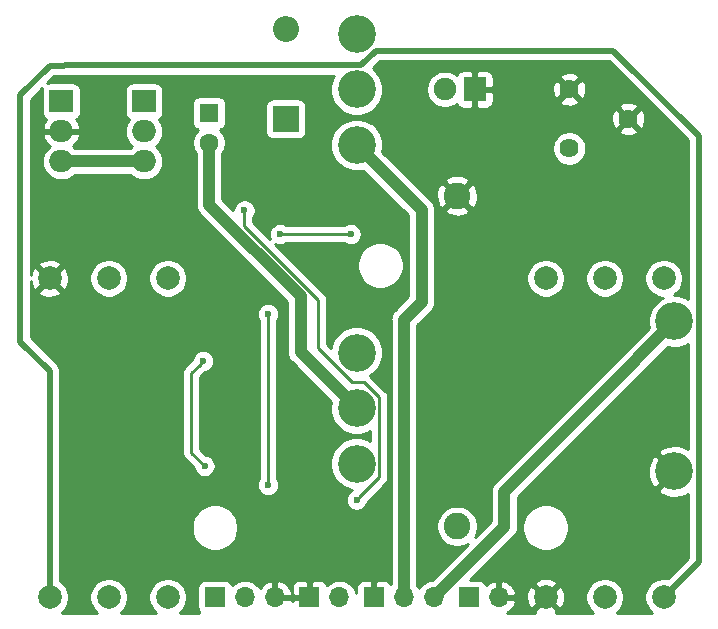
<source format=gbr>
G04 #@! TF.GenerationSoftware,KiCad,Pcbnew,(5.1.2-1)-1*
G04 #@! TF.CreationDate,2019-08-29T00:18:43-06:00*
G04 #@! TF.ProjectId,NuisanceEngine,4e756973-616e-4636-9545-6e67696e652e,rev?*
G04 #@! TF.SameCoordinates,Original*
G04 #@! TF.FileFunction,Copper,L2,Bot*
G04 #@! TF.FilePolarity,Positive*
%FSLAX46Y46*%
G04 Gerber Fmt 4.6, Leading zero omitted, Abs format (unit mm)*
G04 Created by KiCad (PCBNEW (5.1.2-1)-1) date 2019-08-29 00:18:43*
%MOMM*%
%LPD*%
G04 APERTURE LIST*
%ADD10C,3.200000*%
%ADD11O,2.200000X2.200000*%
%ADD12R,2.200000X2.200000*%
%ADD13O,2.000000X1.905000*%
%ADD14R,2.000000X1.905000*%
%ADD15C,2.000000*%
%ADD16R,1.900000X2.000000*%
%ADD17C,1.900000*%
%ADD18C,2.262000*%
%ADD19C,1.620000*%
%ADD20O,1.700000X1.700000*%
%ADD21R,1.700000X1.700000*%
%ADD22R,1.600000X1.600000*%
%ADD23C,1.600000*%
%ADD24C,0.600000*%
%ADD25C,1.000000*%
%ADD26C,0.500000*%
%ADD27C,0.250000*%
%ADD28C,0.254000*%
G04 APERTURE END LIST*
D10*
X80000000Y-86700000D03*
X80000000Y-82000000D03*
X80000000Y-77300000D03*
D11*
X74000000Y-49880000D03*
D12*
X74000000Y-57500000D03*
D13*
X55000000Y-61080000D03*
X55000000Y-58540000D03*
D14*
X55000000Y-56000000D03*
D13*
X62000000Y-61080000D03*
X62000000Y-58540000D03*
D14*
X62000000Y-56000000D03*
D15*
X106000000Y-71000000D03*
X101000000Y-71000000D03*
X96000000Y-71000000D03*
X106000000Y-98000000D03*
X101000000Y-98000000D03*
X96000000Y-98000000D03*
X64000000Y-98000000D03*
X59000000Y-98000000D03*
X54000000Y-98000000D03*
X64000000Y-71000000D03*
X59000000Y-71000000D03*
X54000000Y-71000000D03*
D10*
X106900000Y-87350000D03*
X106900000Y-74650000D03*
D16*
X90000000Y-55000000D03*
D17*
X87460000Y-55000000D03*
D18*
X88500000Y-92000000D03*
X88500000Y-64000000D03*
D19*
X98000000Y-60000000D03*
X103000000Y-57500000D03*
X98000000Y-55000000D03*
D10*
X80000000Y-59700000D03*
X80000000Y-55000000D03*
X80000000Y-50300000D03*
D20*
X78540000Y-98000000D03*
D21*
X76000000Y-98000000D03*
D20*
X73080000Y-98000000D03*
X70540000Y-98000000D03*
D21*
X68000000Y-98000000D03*
X81460000Y-98000000D03*
D20*
X84000000Y-98000000D03*
X86540000Y-98000000D03*
D21*
X89500000Y-98000000D03*
D20*
X92040000Y-98000000D03*
D22*
X67500000Y-57000000D03*
D23*
X67500000Y-59500000D03*
D24*
X67000000Y-82000000D03*
X67000000Y-80500000D03*
X71000000Y-71750000D03*
X70250000Y-71750000D03*
X72000000Y-64750000D03*
X72000000Y-64000000D03*
X71250000Y-93000000D03*
X71250000Y-92250000D03*
X75750000Y-60500000D03*
X77250000Y-64750000D03*
X82750000Y-72750000D03*
X81750000Y-72750000D03*
X71000000Y-57000000D03*
X71000000Y-57750000D03*
X87000000Y-76000000D03*
X88000000Y-76000000D03*
X89000000Y-76000000D03*
X90000000Y-76000000D03*
X89000000Y-77000000D03*
X90000000Y-77000000D03*
X87000000Y-77000000D03*
X88000000Y-77000000D03*
X87000000Y-78000000D03*
X88000000Y-78000000D03*
X89000000Y-78000000D03*
X90000000Y-78000000D03*
X67125000Y-86875000D03*
X67000000Y-78000000D03*
X80000000Y-89750000D03*
X70500000Y-65250000D03*
X72500000Y-74000000D03*
X72500000Y-88500000D03*
X79500000Y-67250000D03*
X73500000Y-67250000D03*
D25*
X100500000Y-81050000D02*
X106900000Y-74650000D01*
X86540000Y-98000000D02*
X92500000Y-92040000D01*
X92500000Y-89050000D02*
X100500000Y-81050000D01*
X92500000Y-92040000D02*
X92500000Y-89050000D01*
D26*
X54000000Y-96585787D02*
X54000000Y-98000000D01*
X54000000Y-78853998D02*
X54000000Y-96585787D01*
X106000000Y-98000000D02*
X108950001Y-95049999D01*
X55237498Y-53000000D02*
X54000000Y-53000000D01*
X51500000Y-55500000D02*
X51500000Y-76353998D01*
X55287499Y-52949999D02*
X55237498Y-53000000D01*
X51500000Y-76353998D02*
X54000000Y-78853998D01*
X80384003Y-52949999D02*
X55287499Y-52949999D01*
X101739999Y-51739999D02*
X81594003Y-51739999D01*
X54000000Y-53000000D02*
X51500000Y-55500000D01*
X108950001Y-58950001D02*
X101739999Y-51739999D01*
X108950001Y-95049999D02*
X108950001Y-58950001D01*
X81594003Y-51739999D02*
X80384003Y-52949999D01*
D27*
X67000000Y-86750000D02*
X67125000Y-86875000D01*
X66000000Y-85750000D02*
X66000000Y-79000000D01*
X66700001Y-78299999D02*
X67000000Y-78000000D01*
X66000000Y-79000000D02*
X66700001Y-78299999D01*
X67125000Y-86875000D02*
X66000000Y-85750000D01*
D25*
X55000000Y-61080000D02*
X62000000Y-61080000D01*
X67500000Y-64750000D02*
X67500000Y-59500000D01*
X75250000Y-72500000D02*
X67500000Y-64750000D01*
X75250000Y-77250000D02*
X75250000Y-72500000D01*
X75250000Y-77250000D02*
X80000000Y-82000000D01*
D27*
X76750000Y-76899002D02*
X79600998Y-79750000D01*
X76750000Y-72833260D02*
X76750000Y-76899002D01*
X70500000Y-66583260D02*
X76750000Y-72833260D01*
X70500000Y-65250000D02*
X70500000Y-66583260D01*
X80299999Y-89450001D02*
X80000000Y-89750000D01*
X81925001Y-87824999D02*
X80299999Y-89450001D01*
X80599002Y-79750000D02*
X81925001Y-81075999D01*
X81925001Y-81075999D02*
X81925001Y-87824999D01*
X79600998Y-79750000D02*
X80599002Y-79750000D01*
X72500000Y-88500000D02*
X72500000Y-74000000D01*
X73500000Y-67250000D02*
X79500000Y-67250000D01*
D25*
X84000000Y-98000000D02*
X84000000Y-74500000D01*
X84000000Y-74500000D02*
X85500000Y-73000000D01*
X85500000Y-65200000D02*
X80000000Y-59700000D01*
X85500000Y-73000000D02*
X85500000Y-65200000D01*
D28*
G36*
X108065001Y-85435633D02*
G01*
X107723393Y-85260574D01*
X107299945Y-85140086D01*
X106861127Y-85104524D01*
X106423803Y-85155254D01*
X106004779Y-85290326D01*
X105684802Y-85461357D01*
X105516761Y-85787155D01*
X106900000Y-87170395D01*
X106914142Y-87156252D01*
X107093748Y-87335858D01*
X107079605Y-87350000D01*
X107093748Y-87364142D01*
X106914142Y-87543748D01*
X106900000Y-87529605D01*
X105516761Y-88912845D01*
X105684802Y-89238643D01*
X106076607Y-89439426D01*
X106500055Y-89559914D01*
X106938873Y-89595476D01*
X107376197Y-89544746D01*
X107795221Y-89409674D01*
X108065001Y-89265474D01*
X108065001Y-94683420D01*
X106346525Y-96401897D01*
X106161033Y-96365000D01*
X105838967Y-96365000D01*
X105523088Y-96427832D01*
X105225537Y-96551082D01*
X104957748Y-96730013D01*
X104730013Y-96957748D01*
X104551082Y-97225537D01*
X104427832Y-97523088D01*
X104365000Y-97838967D01*
X104365000Y-98161033D01*
X104427832Y-98476912D01*
X104551082Y-98774463D01*
X104730013Y-99042252D01*
X104957748Y-99269987D01*
X104987700Y-99290000D01*
X102012300Y-99290000D01*
X102042252Y-99269987D01*
X102269987Y-99042252D01*
X102448918Y-98774463D01*
X102572168Y-98476912D01*
X102635000Y-98161033D01*
X102635000Y-97838967D01*
X102572168Y-97523088D01*
X102448918Y-97225537D01*
X102269987Y-96957748D01*
X102042252Y-96730013D01*
X101774463Y-96551082D01*
X101476912Y-96427832D01*
X101161033Y-96365000D01*
X100838967Y-96365000D01*
X100523088Y-96427832D01*
X100225537Y-96551082D01*
X99957748Y-96730013D01*
X99730013Y-96957748D01*
X99551082Y-97225537D01*
X99427832Y-97523088D01*
X99365000Y-97838967D01*
X99365000Y-98161033D01*
X99427832Y-98476912D01*
X99551082Y-98774463D01*
X99730013Y-99042252D01*
X99957748Y-99269987D01*
X99987700Y-99290000D01*
X96899818Y-99290000D01*
X96955808Y-99135413D01*
X96000000Y-98179605D01*
X95044192Y-99135413D01*
X95100182Y-99290000D01*
X92768376Y-99290000D01*
X92806920Y-99271641D01*
X93040269Y-99097588D01*
X93235178Y-98881355D01*
X93384157Y-98631252D01*
X93481481Y-98356891D01*
X93360814Y-98127000D01*
X92167000Y-98127000D01*
X92167000Y-98147000D01*
X91913000Y-98147000D01*
X91913000Y-98127000D01*
X91893000Y-98127000D01*
X91893000Y-98062595D01*
X94358282Y-98062595D01*
X94402039Y-98381675D01*
X94507205Y-98686088D01*
X94600186Y-98860044D01*
X94864587Y-98955808D01*
X95820395Y-98000000D01*
X96179605Y-98000000D01*
X97135413Y-98955808D01*
X97399814Y-98860044D01*
X97540704Y-98570429D01*
X97622384Y-98258892D01*
X97641718Y-97937405D01*
X97597961Y-97618325D01*
X97492795Y-97313912D01*
X97399814Y-97139956D01*
X97135413Y-97044192D01*
X96179605Y-98000000D01*
X95820395Y-98000000D01*
X94864587Y-97044192D01*
X94600186Y-97139956D01*
X94459296Y-97429571D01*
X94377616Y-97741108D01*
X94358282Y-98062595D01*
X91893000Y-98062595D01*
X91893000Y-97873000D01*
X91913000Y-97873000D01*
X91913000Y-96679845D01*
X92167000Y-96679845D01*
X92167000Y-97873000D01*
X93360814Y-97873000D01*
X93481481Y-97643109D01*
X93384157Y-97368748D01*
X93235178Y-97118645D01*
X93040269Y-96902412D01*
X92989558Y-96864587D01*
X95044192Y-96864587D01*
X96000000Y-97820395D01*
X96955808Y-96864587D01*
X96860044Y-96600186D01*
X96570429Y-96459296D01*
X96258892Y-96377616D01*
X95937405Y-96358282D01*
X95618325Y-96402039D01*
X95313912Y-96507205D01*
X95139956Y-96600186D01*
X95044192Y-96864587D01*
X92989558Y-96864587D01*
X92806920Y-96728359D01*
X92544099Y-96603175D01*
X92396890Y-96558524D01*
X92167000Y-96679845D01*
X91913000Y-96679845D01*
X91683110Y-96558524D01*
X91535901Y-96603175D01*
X91273080Y-96728359D01*
X91039731Y-96902412D01*
X90963966Y-96986466D01*
X90939502Y-96905820D01*
X90880537Y-96795506D01*
X90801185Y-96698815D01*
X90704494Y-96619463D01*
X90594180Y-96560498D01*
X90474482Y-96524188D01*
X90350000Y-96511928D01*
X89633203Y-96511928D01*
X93263141Y-92881991D01*
X93306449Y-92846449D01*
X93448284Y-92673623D01*
X93553676Y-92476447D01*
X93618577Y-92262499D01*
X93635000Y-92095752D01*
X93635000Y-92095751D01*
X93640491Y-92040000D01*
X93635000Y-91984248D01*
X93635000Y-91904495D01*
X94015000Y-91904495D01*
X94015000Y-92295505D01*
X94091282Y-92679003D01*
X94240915Y-93040250D01*
X94458149Y-93365364D01*
X94734636Y-93641851D01*
X95059750Y-93859085D01*
X95420997Y-94008718D01*
X95804495Y-94085000D01*
X96195505Y-94085000D01*
X96579003Y-94008718D01*
X96940250Y-93859085D01*
X97265364Y-93641851D01*
X97541851Y-93365364D01*
X97759085Y-93040250D01*
X97908718Y-92679003D01*
X97985000Y-92295505D01*
X97985000Y-91904495D01*
X97908718Y-91520997D01*
X97759085Y-91159750D01*
X97541851Y-90834636D01*
X97265364Y-90558149D01*
X96940250Y-90340915D01*
X96579003Y-90191282D01*
X96195505Y-90115000D01*
X95804495Y-90115000D01*
X95420997Y-90191282D01*
X95059750Y-90340915D01*
X94734636Y-90558149D01*
X94458149Y-90834636D01*
X94240915Y-91159750D01*
X94091282Y-91520997D01*
X94015000Y-91904495D01*
X93635000Y-91904495D01*
X93635000Y-89520131D01*
X95766258Y-87388873D01*
X104654524Y-87388873D01*
X104705254Y-87826197D01*
X104840326Y-88245221D01*
X105011357Y-88565198D01*
X105337155Y-88733239D01*
X106720395Y-87350000D01*
X105337155Y-85966761D01*
X105011357Y-86134802D01*
X104810574Y-86526607D01*
X104690086Y-86950055D01*
X104654524Y-87388873D01*
X95766258Y-87388873D01*
X101341988Y-81813144D01*
X101341993Y-81813138D01*
X106338112Y-76817020D01*
X106679872Y-76885000D01*
X107120128Y-76885000D01*
X107551925Y-76799110D01*
X107958669Y-76630631D01*
X108065002Y-76559582D01*
X108065001Y-85435633D01*
X108065001Y-85435633D01*
G37*
X108065001Y-85435633D02*
X107723393Y-85260574D01*
X107299945Y-85140086D01*
X106861127Y-85104524D01*
X106423803Y-85155254D01*
X106004779Y-85290326D01*
X105684802Y-85461357D01*
X105516761Y-85787155D01*
X106900000Y-87170395D01*
X106914142Y-87156252D01*
X107093748Y-87335858D01*
X107079605Y-87350000D01*
X107093748Y-87364142D01*
X106914142Y-87543748D01*
X106900000Y-87529605D01*
X105516761Y-88912845D01*
X105684802Y-89238643D01*
X106076607Y-89439426D01*
X106500055Y-89559914D01*
X106938873Y-89595476D01*
X107376197Y-89544746D01*
X107795221Y-89409674D01*
X108065001Y-89265474D01*
X108065001Y-94683420D01*
X106346525Y-96401897D01*
X106161033Y-96365000D01*
X105838967Y-96365000D01*
X105523088Y-96427832D01*
X105225537Y-96551082D01*
X104957748Y-96730013D01*
X104730013Y-96957748D01*
X104551082Y-97225537D01*
X104427832Y-97523088D01*
X104365000Y-97838967D01*
X104365000Y-98161033D01*
X104427832Y-98476912D01*
X104551082Y-98774463D01*
X104730013Y-99042252D01*
X104957748Y-99269987D01*
X104987700Y-99290000D01*
X102012300Y-99290000D01*
X102042252Y-99269987D01*
X102269987Y-99042252D01*
X102448918Y-98774463D01*
X102572168Y-98476912D01*
X102635000Y-98161033D01*
X102635000Y-97838967D01*
X102572168Y-97523088D01*
X102448918Y-97225537D01*
X102269987Y-96957748D01*
X102042252Y-96730013D01*
X101774463Y-96551082D01*
X101476912Y-96427832D01*
X101161033Y-96365000D01*
X100838967Y-96365000D01*
X100523088Y-96427832D01*
X100225537Y-96551082D01*
X99957748Y-96730013D01*
X99730013Y-96957748D01*
X99551082Y-97225537D01*
X99427832Y-97523088D01*
X99365000Y-97838967D01*
X99365000Y-98161033D01*
X99427832Y-98476912D01*
X99551082Y-98774463D01*
X99730013Y-99042252D01*
X99957748Y-99269987D01*
X99987700Y-99290000D01*
X96899818Y-99290000D01*
X96955808Y-99135413D01*
X96000000Y-98179605D01*
X95044192Y-99135413D01*
X95100182Y-99290000D01*
X92768376Y-99290000D01*
X92806920Y-99271641D01*
X93040269Y-99097588D01*
X93235178Y-98881355D01*
X93384157Y-98631252D01*
X93481481Y-98356891D01*
X93360814Y-98127000D01*
X92167000Y-98127000D01*
X92167000Y-98147000D01*
X91913000Y-98147000D01*
X91913000Y-98127000D01*
X91893000Y-98127000D01*
X91893000Y-98062595D01*
X94358282Y-98062595D01*
X94402039Y-98381675D01*
X94507205Y-98686088D01*
X94600186Y-98860044D01*
X94864587Y-98955808D01*
X95820395Y-98000000D01*
X96179605Y-98000000D01*
X97135413Y-98955808D01*
X97399814Y-98860044D01*
X97540704Y-98570429D01*
X97622384Y-98258892D01*
X97641718Y-97937405D01*
X97597961Y-97618325D01*
X97492795Y-97313912D01*
X97399814Y-97139956D01*
X97135413Y-97044192D01*
X96179605Y-98000000D01*
X95820395Y-98000000D01*
X94864587Y-97044192D01*
X94600186Y-97139956D01*
X94459296Y-97429571D01*
X94377616Y-97741108D01*
X94358282Y-98062595D01*
X91893000Y-98062595D01*
X91893000Y-97873000D01*
X91913000Y-97873000D01*
X91913000Y-96679845D01*
X92167000Y-96679845D01*
X92167000Y-97873000D01*
X93360814Y-97873000D01*
X93481481Y-97643109D01*
X93384157Y-97368748D01*
X93235178Y-97118645D01*
X93040269Y-96902412D01*
X92989558Y-96864587D01*
X95044192Y-96864587D01*
X96000000Y-97820395D01*
X96955808Y-96864587D01*
X96860044Y-96600186D01*
X96570429Y-96459296D01*
X96258892Y-96377616D01*
X95937405Y-96358282D01*
X95618325Y-96402039D01*
X95313912Y-96507205D01*
X95139956Y-96600186D01*
X95044192Y-96864587D01*
X92989558Y-96864587D01*
X92806920Y-96728359D01*
X92544099Y-96603175D01*
X92396890Y-96558524D01*
X92167000Y-96679845D01*
X91913000Y-96679845D01*
X91683110Y-96558524D01*
X91535901Y-96603175D01*
X91273080Y-96728359D01*
X91039731Y-96902412D01*
X90963966Y-96986466D01*
X90939502Y-96905820D01*
X90880537Y-96795506D01*
X90801185Y-96698815D01*
X90704494Y-96619463D01*
X90594180Y-96560498D01*
X90474482Y-96524188D01*
X90350000Y-96511928D01*
X89633203Y-96511928D01*
X93263141Y-92881991D01*
X93306449Y-92846449D01*
X93448284Y-92673623D01*
X93553676Y-92476447D01*
X93618577Y-92262499D01*
X93635000Y-92095752D01*
X93635000Y-92095751D01*
X93640491Y-92040000D01*
X93635000Y-91984248D01*
X93635000Y-91904495D01*
X94015000Y-91904495D01*
X94015000Y-92295505D01*
X94091282Y-92679003D01*
X94240915Y-93040250D01*
X94458149Y-93365364D01*
X94734636Y-93641851D01*
X95059750Y-93859085D01*
X95420997Y-94008718D01*
X95804495Y-94085000D01*
X96195505Y-94085000D01*
X96579003Y-94008718D01*
X96940250Y-93859085D01*
X97265364Y-93641851D01*
X97541851Y-93365364D01*
X97759085Y-93040250D01*
X97908718Y-92679003D01*
X97985000Y-92295505D01*
X97985000Y-91904495D01*
X97908718Y-91520997D01*
X97759085Y-91159750D01*
X97541851Y-90834636D01*
X97265364Y-90558149D01*
X96940250Y-90340915D01*
X96579003Y-90191282D01*
X96195505Y-90115000D01*
X95804495Y-90115000D01*
X95420997Y-90191282D01*
X95059750Y-90340915D01*
X94734636Y-90558149D01*
X94458149Y-90834636D01*
X94240915Y-91159750D01*
X94091282Y-91520997D01*
X94015000Y-91904495D01*
X93635000Y-91904495D01*
X93635000Y-89520131D01*
X95766258Y-87388873D01*
X104654524Y-87388873D01*
X104705254Y-87826197D01*
X104840326Y-88245221D01*
X105011357Y-88565198D01*
X105337155Y-88733239D01*
X106720395Y-87350000D01*
X105337155Y-85966761D01*
X105011357Y-86134802D01*
X104810574Y-86526607D01*
X104690086Y-86950055D01*
X104654524Y-87388873D01*
X95766258Y-87388873D01*
X101341988Y-81813144D01*
X101341993Y-81813138D01*
X106338112Y-76817020D01*
X106679872Y-76885000D01*
X107120128Y-76885000D01*
X107551925Y-76799110D01*
X107958669Y-76630631D01*
X108065002Y-76559582D01*
X108065001Y-85435633D01*
G36*
X108065002Y-59316581D02*
G01*
X108065002Y-72740418D01*
X107958669Y-72669369D01*
X107551925Y-72500890D01*
X107120128Y-72415000D01*
X106825225Y-72415000D01*
X107042252Y-72269987D01*
X107269987Y-72042252D01*
X107448918Y-71774463D01*
X107572168Y-71476912D01*
X107635000Y-71161033D01*
X107635000Y-70838967D01*
X107572168Y-70523088D01*
X107448918Y-70225537D01*
X107269987Y-69957748D01*
X107042252Y-69730013D01*
X106774463Y-69551082D01*
X106476912Y-69427832D01*
X106161033Y-69365000D01*
X105838967Y-69365000D01*
X105523088Y-69427832D01*
X105225537Y-69551082D01*
X104957748Y-69730013D01*
X104730013Y-69957748D01*
X104551082Y-70225537D01*
X104427832Y-70523088D01*
X104365000Y-70838967D01*
X104365000Y-71161033D01*
X104427832Y-71476912D01*
X104551082Y-71774463D01*
X104730013Y-72042252D01*
X104957748Y-72269987D01*
X105225537Y-72448918D01*
X105523088Y-72572168D01*
X105838967Y-72635000D01*
X105924305Y-72635000D01*
X105841331Y-72669369D01*
X105475271Y-72913962D01*
X105163962Y-73225271D01*
X104919369Y-73591331D01*
X104750890Y-73998075D01*
X104665000Y-74429872D01*
X104665000Y-74870128D01*
X104732980Y-75211888D01*
X99736862Y-80208007D01*
X99736856Y-80208012D01*
X91736860Y-88208009D01*
X91693552Y-88243551D01*
X91551717Y-88416377D01*
X91541208Y-88436038D01*
X91446324Y-88613554D01*
X91381423Y-88827502D01*
X91359509Y-89050000D01*
X91365001Y-89105761D01*
X91365000Y-91569868D01*
X89997864Y-92937004D01*
X90065009Y-92836515D01*
X90198134Y-92515123D01*
X90266000Y-92173936D01*
X90266000Y-91826064D01*
X90198134Y-91484877D01*
X90065009Y-91163485D01*
X89871742Y-90874241D01*
X89625759Y-90628258D01*
X89336515Y-90434991D01*
X89015123Y-90301866D01*
X88673936Y-90234000D01*
X88326064Y-90234000D01*
X87984877Y-90301866D01*
X87663485Y-90434991D01*
X87374241Y-90628258D01*
X87128258Y-90874241D01*
X86934991Y-91163485D01*
X86801866Y-91484877D01*
X86734000Y-91826064D01*
X86734000Y-92173936D01*
X86801866Y-92515123D01*
X86934991Y-92836515D01*
X87128258Y-93125759D01*
X87374241Y-93371742D01*
X87663485Y-93565009D01*
X87984877Y-93698134D01*
X88326064Y-93766000D01*
X88673936Y-93766000D01*
X89015123Y-93698134D01*
X89336515Y-93565009D01*
X89437004Y-93497864D01*
X86414714Y-96520155D01*
X86248889Y-96536487D01*
X85968966Y-96621401D01*
X85710986Y-96759294D01*
X85484866Y-96944866D01*
X85299294Y-97170986D01*
X85270000Y-97225791D01*
X85240706Y-97170986D01*
X85135000Y-97042183D01*
X85135000Y-74970131D01*
X86263140Y-73841992D01*
X86306449Y-73806449D01*
X86448284Y-73633623D01*
X86553676Y-73436447D01*
X86618577Y-73222499D01*
X86635000Y-73055752D01*
X86635000Y-73055743D01*
X86640490Y-73000001D01*
X86635000Y-72944259D01*
X86635000Y-70838967D01*
X94365000Y-70838967D01*
X94365000Y-71161033D01*
X94427832Y-71476912D01*
X94551082Y-71774463D01*
X94730013Y-72042252D01*
X94957748Y-72269987D01*
X95225537Y-72448918D01*
X95523088Y-72572168D01*
X95838967Y-72635000D01*
X96161033Y-72635000D01*
X96476912Y-72572168D01*
X96774463Y-72448918D01*
X97042252Y-72269987D01*
X97269987Y-72042252D01*
X97448918Y-71774463D01*
X97572168Y-71476912D01*
X97635000Y-71161033D01*
X97635000Y-70838967D01*
X99365000Y-70838967D01*
X99365000Y-71161033D01*
X99427832Y-71476912D01*
X99551082Y-71774463D01*
X99730013Y-72042252D01*
X99957748Y-72269987D01*
X100225537Y-72448918D01*
X100523088Y-72572168D01*
X100838967Y-72635000D01*
X101161033Y-72635000D01*
X101476912Y-72572168D01*
X101774463Y-72448918D01*
X102042252Y-72269987D01*
X102269987Y-72042252D01*
X102448918Y-71774463D01*
X102572168Y-71476912D01*
X102635000Y-71161033D01*
X102635000Y-70838967D01*
X102572168Y-70523088D01*
X102448918Y-70225537D01*
X102269987Y-69957748D01*
X102042252Y-69730013D01*
X101774463Y-69551082D01*
X101476912Y-69427832D01*
X101161033Y-69365000D01*
X100838967Y-69365000D01*
X100523088Y-69427832D01*
X100225537Y-69551082D01*
X99957748Y-69730013D01*
X99730013Y-69957748D01*
X99551082Y-70225537D01*
X99427832Y-70523088D01*
X99365000Y-70838967D01*
X97635000Y-70838967D01*
X97572168Y-70523088D01*
X97448918Y-70225537D01*
X97269987Y-69957748D01*
X97042252Y-69730013D01*
X96774463Y-69551082D01*
X96476912Y-69427832D01*
X96161033Y-69365000D01*
X95838967Y-69365000D01*
X95523088Y-69427832D01*
X95225537Y-69551082D01*
X94957748Y-69730013D01*
X94730013Y-69957748D01*
X94551082Y-70225537D01*
X94427832Y-70523088D01*
X94365000Y-70838967D01*
X86635000Y-70838967D01*
X86635000Y-65255752D01*
X86637653Y-65228807D01*
X87450798Y-65228807D01*
X87562369Y-65506605D01*
X87874309Y-65660579D01*
X88210294Y-65750737D01*
X88557413Y-65773616D01*
X88902325Y-65728336D01*
X89231776Y-65616637D01*
X89437631Y-65506605D01*
X89549202Y-65228807D01*
X88500000Y-64179605D01*
X87450798Y-65228807D01*
X86637653Y-65228807D01*
X86640491Y-65200000D01*
X86618577Y-64977501D01*
X86553676Y-64763553D01*
X86448284Y-64566377D01*
X86341989Y-64436856D01*
X86341987Y-64436854D01*
X86306449Y-64393551D01*
X86263146Y-64358013D01*
X85962546Y-64057413D01*
X86726384Y-64057413D01*
X86771664Y-64402325D01*
X86883363Y-64731776D01*
X86993395Y-64937631D01*
X87271193Y-65049202D01*
X88320395Y-64000000D01*
X88679605Y-64000000D01*
X89728807Y-65049202D01*
X90006605Y-64937631D01*
X90160579Y-64625691D01*
X90250737Y-64289706D01*
X90273616Y-63942587D01*
X90228336Y-63597675D01*
X90116637Y-63268224D01*
X90006605Y-63062369D01*
X89728807Y-62950798D01*
X88679605Y-64000000D01*
X88320395Y-64000000D01*
X87271193Y-62950798D01*
X86993395Y-63062369D01*
X86839421Y-63374309D01*
X86749263Y-63710294D01*
X86726384Y-64057413D01*
X85962546Y-64057413D01*
X84676326Y-62771193D01*
X87450798Y-62771193D01*
X88500000Y-63820395D01*
X89549202Y-62771193D01*
X89437631Y-62493395D01*
X89125691Y-62339421D01*
X88789706Y-62249263D01*
X88442587Y-62226384D01*
X88097675Y-62271664D01*
X87768224Y-62383363D01*
X87562369Y-62493395D01*
X87450798Y-62771193D01*
X84676326Y-62771193D01*
X82167020Y-60261888D01*
X82235000Y-59920128D01*
X82235000Y-59857680D01*
X96555000Y-59857680D01*
X96555000Y-60142320D01*
X96610530Y-60421491D01*
X96719457Y-60684464D01*
X96877595Y-60921134D01*
X97078866Y-61122405D01*
X97315536Y-61280543D01*
X97578509Y-61389470D01*
X97857680Y-61445000D01*
X98142320Y-61445000D01*
X98421491Y-61389470D01*
X98684464Y-61280543D01*
X98921134Y-61122405D01*
X99122405Y-60921134D01*
X99280543Y-60684464D01*
X99389470Y-60421491D01*
X99445000Y-60142320D01*
X99445000Y-59857680D01*
X99389470Y-59578509D01*
X99280543Y-59315536D01*
X99122405Y-59078866D01*
X98921134Y-58877595D01*
X98684464Y-58719457D01*
X98421491Y-58610530D01*
X98142320Y-58555000D01*
X97857680Y-58555000D01*
X97578509Y-58610530D01*
X97315536Y-58719457D01*
X97078866Y-58877595D01*
X96877595Y-59078866D01*
X96719457Y-59315536D01*
X96610530Y-59578509D01*
X96555000Y-59857680D01*
X82235000Y-59857680D01*
X82235000Y-59479872D01*
X82149110Y-59048075D01*
X81980631Y-58641331D01*
X81886092Y-58499843D01*
X102179762Y-58499843D01*
X102252556Y-58744832D01*
X102509773Y-58866733D01*
X102785829Y-58936110D01*
X103070115Y-58950298D01*
X103351706Y-58908752D01*
X103619783Y-58813068D01*
X103747444Y-58744832D01*
X103820238Y-58499843D01*
X103000000Y-57679605D01*
X102179762Y-58499843D01*
X81886092Y-58499843D01*
X81736038Y-58275271D01*
X81424729Y-57963962D01*
X81058669Y-57719369D01*
X80698339Y-57570115D01*
X101549702Y-57570115D01*
X101591248Y-57851706D01*
X101686932Y-58119783D01*
X101755168Y-58247444D01*
X102000157Y-58320238D01*
X102820395Y-57500000D01*
X103179605Y-57500000D01*
X103999843Y-58320238D01*
X104244832Y-58247444D01*
X104366733Y-57990227D01*
X104436110Y-57714171D01*
X104450298Y-57429885D01*
X104408752Y-57148294D01*
X104313068Y-56880217D01*
X104244832Y-56752556D01*
X103999843Y-56679762D01*
X103179605Y-57500000D01*
X102820395Y-57500000D01*
X102000157Y-56679762D01*
X101755168Y-56752556D01*
X101633267Y-57009773D01*
X101563890Y-57285829D01*
X101549702Y-57570115D01*
X80698339Y-57570115D01*
X80651925Y-57550890D01*
X80220128Y-57465000D01*
X79779872Y-57465000D01*
X79348075Y-57550890D01*
X78941331Y-57719369D01*
X78575271Y-57963962D01*
X78263962Y-58275271D01*
X78019369Y-58641331D01*
X77850890Y-59048075D01*
X77765000Y-59479872D01*
X77765000Y-59920128D01*
X77850890Y-60351925D01*
X78019369Y-60758669D01*
X78263962Y-61124729D01*
X78575271Y-61436038D01*
X78941331Y-61680631D01*
X79348075Y-61849110D01*
X79779872Y-61935000D01*
X80220128Y-61935000D01*
X80561888Y-61867020D01*
X84365001Y-65670134D01*
X84365000Y-72529868D01*
X83236860Y-73658009D01*
X83193552Y-73693551D01*
X83051717Y-73866377D01*
X83029517Y-73907911D01*
X82946324Y-74063554D01*
X82881423Y-74277502D01*
X82859509Y-74500000D01*
X82865001Y-74555762D01*
X82865000Y-96841272D01*
X82840537Y-96795506D01*
X82761185Y-96698815D01*
X82664494Y-96619463D01*
X82554180Y-96560498D01*
X82434482Y-96524188D01*
X82310000Y-96511928D01*
X81745750Y-96515000D01*
X81587000Y-96673750D01*
X81587000Y-97873000D01*
X81607000Y-97873000D01*
X81607000Y-98127000D01*
X81587000Y-98127000D01*
X81587000Y-98147000D01*
X81333000Y-98147000D01*
X81333000Y-98127000D01*
X81313000Y-98127000D01*
X81313000Y-97873000D01*
X81333000Y-97873000D01*
X81333000Y-96673750D01*
X81174250Y-96515000D01*
X80610000Y-96511928D01*
X80485518Y-96524188D01*
X80365820Y-96560498D01*
X80255506Y-96619463D01*
X80158815Y-96698815D01*
X80079463Y-96795506D01*
X80020498Y-96905820D01*
X79984188Y-97025518D01*
X79971928Y-97150000D01*
X79974449Y-97613079D01*
X79918599Y-97428966D01*
X79780706Y-97170986D01*
X79595134Y-96944866D01*
X79369014Y-96759294D01*
X79111034Y-96621401D01*
X78831111Y-96536487D01*
X78612950Y-96515000D01*
X78467050Y-96515000D01*
X78248889Y-96536487D01*
X77968966Y-96621401D01*
X77710986Y-96759294D01*
X77484866Y-96944866D01*
X77460393Y-96974687D01*
X77439502Y-96905820D01*
X77380537Y-96795506D01*
X77301185Y-96698815D01*
X77204494Y-96619463D01*
X77094180Y-96560498D01*
X76974482Y-96524188D01*
X76850000Y-96511928D01*
X76285750Y-96515000D01*
X76127000Y-96673750D01*
X76127000Y-97873000D01*
X76147000Y-97873000D01*
X76147000Y-98127000D01*
X76127000Y-98127000D01*
X76127000Y-98147000D01*
X75873000Y-98147000D01*
X75873000Y-98127000D01*
X74673750Y-98127000D01*
X74515000Y-98285750D01*
X74514683Y-98343940D01*
X74400814Y-98127000D01*
X73207000Y-98127000D01*
X73207000Y-98147000D01*
X72953000Y-98147000D01*
X72953000Y-98127000D01*
X72933000Y-98127000D01*
X72933000Y-97873000D01*
X72953000Y-97873000D01*
X72953000Y-96679845D01*
X73207000Y-96679845D01*
X73207000Y-97873000D01*
X74400814Y-97873000D01*
X74514683Y-97656060D01*
X74515000Y-97714250D01*
X74673750Y-97873000D01*
X75873000Y-97873000D01*
X75873000Y-96673750D01*
X75714250Y-96515000D01*
X75150000Y-96511928D01*
X75025518Y-96524188D01*
X74905820Y-96560498D01*
X74795506Y-96619463D01*
X74698815Y-96698815D01*
X74619463Y-96795506D01*
X74560498Y-96905820D01*
X74524188Y-97025518D01*
X74511928Y-97150000D01*
X74514506Y-97623445D01*
X74424157Y-97368748D01*
X74275178Y-97118645D01*
X74080269Y-96902412D01*
X73846920Y-96728359D01*
X73584099Y-96603175D01*
X73436890Y-96558524D01*
X73207000Y-96679845D01*
X72953000Y-96679845D01*
X72723110Y-96558524D01*
X72575901Y-96603175D01*
X72313080Y-96728359D01*
X72079731Y-96902412D01*
X71884822Y-97118645D01*
X71815201Y-97235523D01*
X71780706Y-97170986D01*
X71595134Y-96944866D01*
X71369014Y-96759294D01*
X71111034Y-96621401D01*
X70831111Y-96536487D01*
X70612950Y-96515000D01*
X70467050Y-96515000D01*
X70248889Y-96536487D01*
X69968966Y-96621401D01*
X69710986Y-96759294D01*
X69484866Y-96944866D01*
X69460393Y-96974687D01*
X69439502Y-96905820D01*
X69380537Y-96795506D01*
X69301185Y-96698815D01*
X69204494Y-96619463D01*
X69094180Y-96560498D01*
X68974482Y-96524188D01*
X68850000Y-96511928D01*
X67150000Y-96511928D01*
X67025518Y-96524188D01*
X66905820Y-96560498D01*
X66795506Y-96619463D01*
X66698815Y-96698815D01*
X66619463Y-96795506D01*
X66560498Y-96905820D01*
X66524188Y-97025518D01*
X66511928Y-97150000D01*
X66511928Y-98850000D01*
X66524188Y-98974482D01*
X66560498Y-99094180D01*
X66619463Y-99204494D01*
X66689636Y-99290000D01*
X65012300Y-99290000D01*
X65042252Y-99269987D01*
X65269987Y-99042252D01*
X65448918Y-98774463D01*
X65572168Y-98476912D01*
X65635000Y-98161033D01*
X65635000Y-97838967D01*
X65572168Y-97523088D01*
X65448918Y-97225537D01*
X65269987Y-96957748D01*
X65042252Y-96730013D01*
X64774463Y-96551082D01*
X64476912Y-96427832D01*
X64161033Y-96365000D01*
X63838967Y-96365000D01*
X63523088Y-96427832D01*
X63225537Y-96551082D01*
X62957748Y-96730013D01*
X62730013Y-96957748D01*
X62551082Y-97225537D01*
X62427832Y-97523088D01*
X62365000Y-97838967D01*
X62365000Y-98161033D01*
X62427832Y-98476912D01*
X62551082Y-98774463D01*
X62730013Y-99042252D01*
X62957748Y-99269987D01*
X62987700Y-99290000D01*
X60012300Y-99290000D01*
X60042252Y-99269987D01*
X60269987Y-99042252D01*
X60448918Y-98774463D01*
X60572168Y-98476912D01*
X60635000Y-98161033D01*
X60635000Y-97838967D01*
X60572168Y-97523088D01*
X60448918Y-97225537D01*
X60269987Y-96957748D01*
X60042252Y-96730013D01*
X59774463Y-96551082D01*
X59476912Y-96427832D01*
X59161033Y-96365000D01*
X58838967Y-96365000D01*
X58523088Y-96427832D01*
X58225537Y-96551082D01*
X57957748Y-96730013D01*
X57730013Y-96957748D01*
X57551082Y-97225537D01*
X57427832Y-97523088D01*
X57365000Y-97838967D01*
X57365000Y-98161033D01*
X57427832Y-98476912D01*
X57551082Y-98774463D01*
X57730013Y-99042252D01*
X57957748Y-99269987D01*
X57987700Y-99290000D01*
X55012300Y-99290000D01*
X55042252Y-99269987D01*
X55269987Y-99042252D01*
X55448918Y-98774463D01*
X55572168Y-98476912D01*
X55635000Y-98161033D01*
X55635000Y-97838967D01*
X55572168Y-97523088D01*
X55448918Y-97225537D01*
X55269987Y-96957748D01*
X55042252Y-96730013D01*
X54885000Y-96624941D01*
X54885000Y-91904495D01*
X66015000Y-91904495D01*
X66015000Y-92295505D01*
X66091282Y-92679003D01*
X66240915Y-93040250D01*
X66458149Y-93365364D01*
X66734636Y-93641851D01*
X67059750Y-93859085D01*
X67420997Y-94008718D01*
X67804495Y-94085000D01*
X68195505Y-94085000D01*
X68579003Y-94008718D01*
X68940250Y-93859085D01*
X69265364Y-93641851D01*
X69541851Y-93365364D01*
X69759085Y-93040250D01*
X69908718Y-92679003D01*
X69985000Y-92295505D01*
X69985000Y-91904495D01*
X69908718Y-91520997D01*
X69759085Y-91159750D01*
X69541851Y-90834636D01*
X69265364Y-90558149D01*
X68940250Y-90340915D01*
X68579003Y-90191282D01*
X68195505Y-90115000D01*
X67804495Y-90115000D01*
X67420997Y-90191282D01*
X67059750Y-90340915D01*
X66734636Y-90558149D01*
X66458149Y-90834636D01*
X66240915Y-91159750D01*
X66091282Y-91520997D01*
X66015000Y-91904495D01*
X54885000Y-91904495D01*
X54885000Y-79000000D01*
X65236324Y-79000000D01*
X65240001Y-79037332D01*
X65240000Y-85712677D01*
X65236324Y-85750000D01*
X65240000Y-85787322D01*
X65240000Y-85787332D01*
X65250997Y-85898985D01*
X65277491Y-85986324D01*
X65294454Y-86042246D01*
X65365026Y-86174276D01*
X65404871Y-86222826D01*
X65459999Y-86290001D01*
X65489002Y-86313804D01*
X66201847Y-87026649D01*
X66225932Y-87147729D01*
X66296414Y-87317889D01*
X66398738Y-87471028D01*
X66528972Y-87601262D01*
X66682111Y-87703586D01*
X66852271Y-87774068D01*
X67032911Y-87810000D01*
X67217089Y-87810000D01*
X67397729Y-87774068D01*
X67567889Y-87703586D01*
X67721028Y-87601262D01*
X67851262Y-87471028D01*
X67953586Y-87317889D01*
X68024068Y-87147729D01*
X68060000Y-86967089D01*
X68060000Y-86782911D01*
X68024068Y-86602271D01*
X67953586Y-86432111D01*
X67851262Y-86278972D01*
X67721028Y-86148738D01*
X67567889Y-86046414D01*
X67397729Y-85975932D01*
X67276649Y-85951847D01*
X66760000Y-85435199D01*
X66760000Y-79314801D01*
X67151649Y-78923153D01*
X67272729Y-78899068D01*
X67442889Y-78828586D01*
X67596028Y-78726262D01*
X67726262Y-78596028D01*
X67828586Y-78442889D01*
X67899068Y-78272729D01*
X67935000Y-78092089D01*
X67935000Y-77907911D01*
X67899068Y-77727271D01*
X67828586Y-77557111D01*
X67726262Y-77403972D01*
X67596028Y-77273738D01*
X67442889Y-77171414D01*
X67272729Y-77100932D01*
X67092089Y-77065000D01*
X66907911Y-77065000D01*
X66727271Y-77100932D01*
X66557111Y-77171414D01*
X66403972Y-77273738D01*
X66273738Y-77403972D01*
X66171414Y-77557111D01*
X66100932Y-77727271D01*
X66076847Y-77848351D01*
X65488998Y-78436201D01*
X65460000Y-78459999D01*
X65436202Y-78488997D01*
X65436201Y-78488998D01*
X65365026Y-78575724D01*
X65294454Y-78707754D01*
X65250998Y-78851015D01*
X65236324Y-79000000D01*
X54885000Y-79000000D01*
X54885000Y-78897467D01*
X54889281Y-78853998D01*
X54885000Y-78810529D01*
X54885000Y-78810521D01*
X54872195Y-78680508D01*
X54821589Y-78513685D01*
X54739411Y-78359939D01*
X54690219Y-78299999D01*
X54656532Y-78258951D01*
X54656530Y-78258949D01*
X54628817Y-78225181D01*
X54595050Y-78197469D01*
X52385000Y-75987420D01*
X52385000Y-73907911D01*
X71565000Y-73907911D01*
X71565000Y-74092089D01*
X71600932Y-74272729D01*
X71671414Y-74442889D01*
X71740001Y-74545537D01*
X71740000Y-87954465D01*
X71671414Y-88057111D01*
X71600932Y-88227271D01*
X71565000Y-88407911D01*
X71565000Y-88592089D01*
X71600932Y-88772729D01*
X71671414Y-88942889D01*
X71773738Y-89096028D01*
X71903972Y-89226262D01*
X72057111Y-89328586D01*
X72227271Y-89399068D01*
X72407911Y-89435000D01*
X72592089Y-89435000D01*
X72772729Y-89399068D01*
X72942889Y-89328586D01*
X73096028Y-89226262D01*
X73226262Y-89096028D01*
X73328586Y-88942889D01*
X73399068Y-88772729D01*
X73435000Y-88592089D01*
X73435000Y-88407911D01*
X73399068Y-88227271D01*
X73328586Y-88057111D01*
X73260000Y-87954465D01*
X73260000Y-74545535D01*
X73328586Y-74442889D01*
X73399068Y-74272729D01*
X73435000Y-74092089D01*
X73435000Y-73907911D01*
X73399068Y-73727271D01*
X73328586Y-73557111D01*
X73226262Y-73403972D01*
X73096028Y-73273738D01*
X72942889Y-73171414D01*
X72772729Y-73100932D01*
X72592089Y-73065000D01*
X72407911Y-73065000D01*
X72227271Y-73100932D01*
X72057111Y-73171414D01*
X71903972Y-73273738D01*
X71773738Y-73403972D01*
X71671414Y-73557111D01*
X71600932Y-73727271D01*
X71565000Y-73907911D01*
X52385000Y-73907911D01*
X52385000Y-72135413D01*
X53044192Y-72135413D01*
X53139956Y-72399814D01*
X53429571Y-72540704D01*
X53741108Y-72622384D01*
X54062595Y-72641718D01*
X54381675Y-72597961D01*
X54686088Y-72492795D01*
X54860044Y-72399814D01*
X54955808Y-72135413D01*
X54000000Y-71179605D01*
X53044192Y-72135413D01*
X52385000Y-72135413D01*
X52385000Y-71257425D01*
X52402039Y-71381675D01*
X52507205Y-71686088D01*
X52600186Y-71860044D01*
X52864587Y-71955808D01*
X53820395Y-71000000D01*
X54179605Y-71000000D01*
X55135413Y-71955808D01*
X55399814Y-71860044D01*
X55540704Y-71570429D01*
X55622384Y-71258892D01*
X55641718Y-70937405D01*
X55628219Y-70838967D01*
X57365000Y-70838967D01*
X57365000Y-71161033D01*
X57427832Y-71476912D01*
X57551082Y-71774463D01*
X57730013Y-72042252D01*
X57957748Y-72269987D01*
X58225537Y-72448918D01*
X58523088Y-72572168D01*
X58838967Y-72635000D01*
X59161033Y-72635000D01*
X59476912Y-72572168D01*
X59774463Y-72448918D01*
X60042252Y-72269987D01*
X60269987Y-72042252D01*
X60448918Y-71774463D01*
X60572168Y-71476912D01*
X60635000Y-71161033D01*
X60635000Y-70838967D01*
X62365000Y-70838967D01*
X62365000Y-71161033D01*
X62427832Y-71476912D01*
X62551082Y-71774463D01*
X62730013Y-72042252D01*
X62957748Y-72269987D01*
X63225537Y-72448918D01*
X63523088Y-72572168D01*
X63838967Y-72635000D01*
X64161033Y-72635000D01*
X64476912Y-72572168D01*
X64774463Y-72448918D01*
X65042252Y-72269987D01*
X65269987Y-72042252D01*
X65448918Y-71774463D01*
X65572168Y-71476912D01*
X65635000Y-71161033D01*
X65635000Y-70838967D01*
X65572168Y-70523088D01*
X65448918Y-70225537D01*
X65269987Y-69957748D01*
X65042252Y-69730013D01*
X64774463Y-69551082D01*
X64476912Y-69427832D01*
X64161033Y-69365000D01*
X63838967Y-69365000D01*
X63523088Y-69427832D01*
X63225537Y-69551082D01*
X62957748Y-69730013D01*
X62730013Y-69957748D01*
X62551082Y-70225537D01*
X62427832Y-70523088D01*
X62365000Y-70838967D01*
X60635000Y-70838967D01*
X60572168Y-70523088D01*
X60448918Y-70225537D01*
X60269987Y-69957748D01*
X60042252Y-69730013D01*
X59774463Y-69551082D01*
X59476912Y-69427832D01*
X59161033Y-69365000D01*
X58838967Y-69365000D01*
X58523088Y-69427832D01*
X58225537Y-69551082D01*
X57957748Y-69730013D01*
X57730013Y-69957748D01*
X57551082Y-70225537D01*
X57427832Y-70523088D01*
X57365000Y-70838967D01*
X55628219Y-70838967D01*
X55597961Y-70618325D01*
X55492795Y-70313912D01*
X55399814Y-70139956D01*
X55135413Y-70044192D01*
X54179605Y-71000000D01*
X53820395Y-71000000D01*
X52864587Y-70044192D01*
X52600186Y-70139956D01*
X52459296Y-70429571D01*
X52385000Y-70712945D01*
X52385000Y-69864587D01*
X53044192Y-69864587D01*
X54000000Y-70820395D01*
X54955808Y-69864587D01*
X54860044Y-69600186D01*
X54570429Y-69459296D01*
X54258892Y-69377616D01*
X53937405Y-69358282D01*
X53618325Y-69402039D01*
X53313912Y-69507205D01*
X53139956Y-69600186D01*
X53044192Y-69864587D01*
X52385000Y-69864587D01*
X52385000Y-61080000D01*
X53357319Y-61080000D01*
X53387970Y-61391204D01*
X53478745Y-61690449D01*
X53626155Y-61966235D01*
X53824537Y-62207963D01*
X54066265Y-62406345D01*
X54342051Y-62553755D01*
X54641296Y-62644530D01*
X54874514Y-62667500D01*
X55125486Y-62667500D01*
X55358704Y-62644530D01*
X55657949Y-62553755D01*
X55933735Y-62406345D01*
X56166888Y-62215000D01*
X60833112Y-62215000D01*
X61066265Y-62406345D01*
X61342051Y-62553755D01*
X61641296Y-62644530D01*
X61874514Y-62667500D01*
X62125486Y-62667500D01*
X62358704Y-62644530D01*
X62657949Y-62553755D01*
X62933735Y-62406345D01*
X63175463Y-62207963D01*
X63373845Y-61966235D01*
X63521255Y-61690449D01*
X63612030Y-61391204D01*
X63642681Y-61080000D01*
X63612030Y-60768796D01*
X63521255Y-60469551D01*
X63373845Y-60193765D01*
X63175463Y-59952037D01*
X63002391Y-59810000D01*
X63175463Y-59667963D01*
X63373845Y-59426235D01*
X63521255Y-59150449D01*
X63612030Y-58851204D01*
X63642681Y-58540000D01*
X63612030Y-58228796D01*
X63521255Y-57929551D01*
X63373845Y-57653765D01*
X63270554Y-57527905D01*
X63354494Y-57483037D01*
X63451185Y-57403685D01*
X63530537Y-57306994D01*
X63589502Y-57196680D01*
X63625812Y-57076982D01*
X63638072Y-56952500D01*
X63638072Y-56200000D01*
X66061928Y-56200000D01*
X66061928Y-57800000D01*
X66074188Y-57924482D01*
X66110498Y-58044180D01*
X66169463Y-58154494D01*
X66248815Y-58251185D01*
X66345506Y-58330537D01*
X66455820Y-58389502D01*
X66551943Y-58418661D01*
X66385363Y-58585241D01*
X66228320Y-58820273D01*
X66120147Y-59081426D01*
X66065000Y-59358665D01*
X66065000Y-59641335D01*
X66120147Y-59918574D01*
X66228320Y-60179727D01*
X66365001Y-60384285D01*
X66365000Y-64694248D01*
X66359509Y-64750000D01*
X66365000Y-64805751D01*
X66381423Y-64972498D01*
X66446324Y-65186446D01*
X66551716Y-65383623D01*
X66693551Y-65556449D01*
X66736865Y-65591996D01*
X74115001Y-72970133D01*
X74115000Y-77194248D01*
X74109509Y-77250000D01*
X74115000Y-77305751D01*
X74131423Y-77472498D01*
X74196324Y-77686446D01*
X74301716Y-77883623D01*
X74443551Y-78056449D01*
X74486865Y-78091996D01*
X77832980Y-81438112D01*
X77765000Y-81779872D01*
X77765000Y-82220128D01*
X77850890Y-82651925D01*
X78019369Y-83058669D01*
X78263962Y-83424729D01*
X78575271Y-83736038D01*
X78941331Y-83980631D01*
X79348075Y-84149110D01*
X79779872Y-84235000D01*
X80220128Y-84235000D01*
X80651925Y-84149110D01*
X81058669Y-83980631D01*
X81165001Y-83909582D01*
X81165002Y-84790418D01*
X81058669Y-84719369D01*
X80651925Y-84550890D01*
X80220128Y-84465000D01*
X79779872Y-84465000D01*
X79348075Y-84550890D01*
X78941331Y-84719369D01*
X78575271Y-84963962D01*
X78263962Y-85275271D01*
X78019369Y-85641331D01*
X77850890Y-86048075D01*
X77765000Y-86479872D01*
X77765000Y-86920128D01*
X77850890Y-87351925D01*
X78019369Y-87758669D01*
X78263962Y-88124729D01*
X78575271Y-88436038D01*
X78941331Y-88680631D01*
X79348075Y-88849110D01*
X79607222Y-88900658D01*
X79557111Y-88921414D01*
X79403972Y-89023738D01*
X79273738Y-89153972D01*
X79171414Y-89307111D01*
X79100932Y-89477271D01*
X79065000Y-89657911D01*
X79065000Y-89842089D01*
X79100932Y-90022729D01*
X79171414Y-90192889D01*
X79273738Y-90346028D01*
X79403972Y-90476262D01*
X79557111Y-90578586D01*
X79727271Y-90649068D01*
X79907911Y-90685000D01*
X80092089Y-90685000D01*
X80272729Y-90649068D01*
X80442889Y-90578586D01*
X80596028Y-90476262D01*
X80726262Y-90346028D01*
X80828586Y-90192889D01*
X80899068Y-90022729D01*
X80923153Y-89901648D01*
X82436004Y-88388798D01*
X82465002Y-88365000D01*
X82559975Y-88249275D01*
X82630547Y-88117246D01*
X82674004Y-87973985D01*
X82685001Y-87862332D01*
X82685001Y-87862322D01*
X82688677Y-87824999D01*
X82685001Y-87787676D01*
X82685001Y-81113324D01*
X82688677Y-81075999D01*
X82685001Y-81038674D01*
X82685001Y-81038666D01*
X82674004Y-80927013D01*
X82630547Y-80783752D01*
X82559975Y-80651723D01*
X82465002Y-80535998D01*
X82436005Y-80512201D01*
X81162806Y-79239003D01*
X81147989Y-79220949D01*
X81424729Y-79036038D01*
X81736038Y-78724729D01*
X81980631Y-78358669D01*
X82149110Y-77951925D01*
X82235000Y-77520128D01*
X82235000Y-77079872D01*
X82149110Y-76648075D01*
X81980631Y-76241331D01*
X81736038Y-75875271D01*
X81424729Y-75563962D01*
X81058669Y-75319369D01*
X80651925Y-75150890D01*
X80220128Y-75065000D01*
X79779872Y-75065000D01*
X79348075Y-75150890D01*
X78941331Y-75319369D01*
X78575271Y-75563962D01*
X78263962Y-75875271D01*
X78019369Y-76241331D01*
X77850890Y-76648075D01*
X77804930Y-76879131D01*
X77510000Y-76584201D01*
X77510000Y-72870585D01*
X77513676Y-72833260D01*
X77510000Y-72795935D01*
X77510000Y-72795927D01*
X77499003Y-72684274D01*
X77455546Y-72541013D01*
X77384974Y-72408984D01*
X77290001Y-72293259D01*
X77261004Y-72269462D01*
X74696037Y-69704495D01*
X80015000Y-69704495D01*
X80015000Y-70095505D01*
X80091282Y-70479003D01*
X80240915Y-70840250D01*
X80458149Y-71165364D01*
X80734636Y-71441851D01*
X81059750Y-71659085D01*
X81420997Y-71808718D01*
X81804495Y-71885000D01*
X82195505Y-71885000D01*
X82579003Y-71808718D01*
X82940250Y-71659085D01*
X83265364Y-71441851D01*
X83541851Y-71165364D01*
X83759085Y-70840250D01*
X83908718Y-70479003D01*
X83985000Y-70095505D01*
X83985000Y-69704495D01*
X83908718Y-69320997D01*
X83759085Y-68959750D01*
X83541851Y-68634636D01*
X83265364Y-68358149D01*
X82940250Y-68140915D01*
X82579003Y-67991282D01*
X82195505Y-67915000D01*
X81804495Y-67915000D01*
X81420997Y-67991282D01*
X81059750Y-68140915D01*
X80734636Y-68358149D01*
X80458149Y-68634636D01*
X80240915Y-68959750D01*
X80091282Y-69320997D01*
X80015000Y-69704495D01*
X74696037Y-69704495D01*
X73079331Y-68087790D01*
X73227271Y-68149068D01*
X73407911Y-68185000D01*
X73592089Y-68185000D01*
X73772729Y-68149068D01*
X73942889Y-68078586D01*
X74045535Y-68010000D01*
X78954465Y-68010000D01*
X79057111Y-68078586D01*
X79227271Y-68149068D01*
X79407911Y-68185000D01*
X79592089Y-68185000D01*
X79772729Y-68149068D01*
X79942889Y-68078586D01*
X80096028Y-67976262D01*
X80226262Y-67846028D01*
X80328586Y-67692889D01*
X80399068Y-67522729D01*
X80435000Y-67342089D01*
X80435000Y-67157911D01*
X80399068Y-66977271D01*
X80328586Y-66807111D01*
X80226262Y-66653972D01*
X80096028Y-66523738D01*
X79942889Y-66421414D01*
X79772729Y-66350932D01*
X79592089Y-66315000D01*
X79407911Y-66315000D01*
X79227271Y-66350932D01*
X79057111Y-66421414D01*
X78954465Y-66490000D01*
X74045535Y-66490000D01*
X73942889Y-66421414D01*
X73772729Y-66350932D01*
X73592089Y-66315000D01*
X73407911Y-66315000D01*
X73227271Y-66350932D01*
X73057111Y-66421414D01*
X72903972Y-66523738D01*
X72773738Y-66653972D01*
X72671414Y-66807111D01*
X72600932Y-66977271D01*
X72565000Y-67157911D01*
X72565000Y-67342089D01*
X72600932Y-67522729D01*
X72662210Y-67670669D01*
X71260000Y-66268459D01*
X71260000Y-65795535D01*
X71328586Y-65692889D01*
X71399068Y-65522729D01*
X71435000Y-65342089D01*
X71435000Y-65157911D01*
X71399068Y-64977271D01*
X71328586Y-64807111D01*
X71226262Y-64653972D01*
X71096028Y-64523738D01*
X70942889Y-64421414D01*
X70772729Y-64350932D01*
X70592089Y-64315000D01*
X70407911Y-64315000D01*
X70227271Y-64350932D01*
X70057111Y-64421414D01*
X69903972Y-64523738D01*
X69773738Y-64653972D01*
X69671414Y-64807111D01*
X69600932Y-64977271D01*
X69565000Y-65157911D01*
X69565000Y-65209869D01*
X68635000Y-64279869D01*
X68635000Y-60384284D01*
X68771680Y-60179727D01*
X68879853Y-59918574D01*
X68935000Y-59641335D01*
X68935000Y-59358665D01*
X68879853Y-59081426D01*
X68771680Y-58820273D01*
X68614637Y-58585241D01*
X68448057Y-58418661D01*
X68544180Y-58389502D01*
X68654494Y-58330537D01*
X68751185Y-58251185D01*
X68830537Y-58154494D01*
X68889502Y-58044180D01*
X68925812Y-57924482D01*
X68938072Y-57800000D01*
X68938072Y-56400000D01*
X72261928Y-56400000D01*
X72261928Y-58600000D01*
X72274188Y-58724482D01*
X72310498Y-58844180D01*
X72369463Y-58954494D01*
X72448815Y-59051185D01*
X72545506Y-59130537D01*
X72655820Y-59189502D01*
X72775518Y-59225812D01*
X72900000Y-59238072D01*
X75100000Y-59238072D01*
X75224482Y-59225812D01*
X75344180Y-59189502D01*
X75454494Y-59130537D01*
X75551185Y-59051185D01*
X75630537Y-58954494D01*
X75689502Y-58844180D01*
X75725812Y-58724482D01*
X75738072Y-58600000D01*
X75738072Y-56400000D01*
X75725812Y-56275518D01*
X75689502Y-56155820D01*
X75630537Y-56045506D01*
X75551185Y-55948815D01*
X75454494Y-55869463D01*
X75344180Y-55810498D01*
X75224482Y-55774188D01*
X75100000Y-55761928D01*
X72900000Y-55761928D01*
X72775518Y-55774188D01*
X72655820Y-55810498D01*
X72545506Y-55869463D01*
X72448815Y-55948815D01*
X72369463Y-56045506D01*
X72310498Y-56155820D01*
X72274188Y-56275518D01*
X72261928Y-56400000D01*
X68938072Y-56400000D01*
X68938072Y-56200000D01*
X68925812Y-56075518D01*
X68889502Y-55955820D01*
X68830537Y-55845506D01*
X68751185Y-55748815D01*
X68654494Y-55669463D01*
X68544180Y-55610498D01*
X68424482Y-55574188D01*
X68300000Y-55561928D01*
X66700000Y-55561928D01*
X66575518Y-55574188D01*
X66455820Y-55610498D01*
X66345506Y-55669463D01*
X66248815Y-55748815D01*
X66169463Y-55845506D01*
X66110498Y-55955820D01*
X66074188Y-56075518D01*
X66061928Y-56200000D01*
X63638072Y-56200000D01*
X63638072Y-55047500D01*
X63625812Y-54923018D01*
X63589502Y-54803320D01*
X63530537Y-54693006D01*
X63451185Y-54596315D01*
X63354494Y-54516963D01*
X63244180Y-54457998D01*
X63124482Y-54421688D01*
X63000000Y-54409428D01*
X61000000Y-54409428D01*
X60875518Y-54421688D01*
X60755820Y-54457998D01*
X60645506Y-54516963D01*
X60548815Y-54596315D01*
X60469463Y-54693006D01*
X60410498Y-54803320D01*
X60374188Y-54923018D01*
X60361928Y-55047500D01*
X60361928Y-56952500D01*
X60374188Y-57076982D01*
X60410498Y-57196680D01*
X60469463Y-57306994D01*
X60548815Y-57403685D01*
X60645506Y-57483037D01*
X60729446Y-57527905D01*
X60626155Y-57653765D01*
X60478745Y-57929551D01*
X60387970Y-58228796D01*
X60357319Y-58540000D01*
X60387970Y-58851204D01*
X60478745Y-59150449D01*
X60626155Y-59426235D01*
X60824537Y-59667963D01*
X60997609Y-59810000D01*
X60833112Y-59945000D01*
X56166888Y-59945000D01*
X55996101Y-59804837D01*
X56181315Y-59649437D01*
X56375969Y-59406923D01*
X56519571Y-59131094D01*
X56590563Y-58912980D01*
X56470594Y-58667000D01*
X55127000Y-58667000D01*
X55127000Y-58687000D01*
X54873000Y-58687000D01*
X54873000Y-58667000D01*
X53529406Y-58667000D01*
X53409437Y-58912980D01*
X53480429Y-59131094D01*
X53624031Y-59406923D01*
X53818685Y-59649437D01*
X54003899Y-59804837D01*
X53824537Y-59952037D01*
X53626155Y-60193765D01*
X53478745Y-60469551D01*
X53387970Y-60768796D01*
X53357319Y-61080000D01*
X52385000Y-61080000D01*
X52385000Y-55866578D01*
X53394056Y-54857523D01*
X53374188Y-54923018D01*
X53361928Y-55047500D01*
X53361928Y-56952500D01*
X53374188Y-57076982D01*
X53410498Y-57196680D01*
X53469463Y-57306994D01*
X53548815Y-57403685D01*
X53645506Y-57483037D01*
X53737219Y-57532059D01*
X53624031Y-57673077D01*
X53480429Y-57948906D01*
X53409437Y-58167020D01*
X53529406Y-58413000D01*
X54873000Y-58413000D01*
X54873000Y-58393000D01*
X55127000Y-58393000D01*
X55127000Y-58413000D01*
X56470594Y-58413000D01*
X56590563Y-58167020D01*
X56519571Y-57948906D01*
X56375969Y-57673077D01*
X56262781Y-57532059D01*
X56354494Y-57483037D01*
X56451185Y-57403685D01*
X56530537Y-57306994D01*
X56589502Y-57196680D01*
X56625812Y-57076982D01*
X56638072Y-56952500D01*
X56638072Y-55047500D01*
X56625812Y-54923018D01*
X56589502Y-54803320D01*
X56530537Y-54693006D01*
X56451185Y-54596315D01*
X56354494Y-54516963D01*
X56244180Y-54457998D01*
X56124482Y-54421688D01*
X56000000Y-54409428D01*
X54000000Y-54409428D01*
X53875518Y-54421688D01*
X53810023Y-54441556D01*
X54366579Y-53885000D01*
X55194029Y-53885000D01*
X55237498Y-53889281D01*
X55280967Y-53885000D01*
X55280975Y-53885000D01*
X55410988Y-53872195D01*
X55533605Y-53834999D01*
X78090418Y-53834999D01*
X78019369Y-53941331D01*
X77850890Y-54348075D01*
X77765000Y-54779872D01*
X77765000Y-55220128D01*
X77850890Y-55651925D01*
X78019369Y-56058669D01*
X78263962Y-56424729D01*
X78575271Y-56736038D01*
X78941331Y-56980631D01*
X79348075Y-57149110D01*
X79779872Y-57235000D01*
X80220128Y-57235000D01*
X80651925Y-57149110D01*
X81058669Y-56980631D01*
X81424729Y-56736038D01*
X81736038Y-56424729D01*
X81980631Y-56058669D01*
X82149110Y-55651925D01*
X82235000Y-55220128D01*
X82235000Y-54843891D01*
X85875000Y-54843891D01*
X85875000Y-55156109D01*
X85935911Y-55462327D01*
X86055391Y-55750779D01*
X86228850Y-56010379D01*
X86449621Y-56231150D01*
X86709221Y-56404609D01*
X86997673Y-56524089D01*
X87303891Y-56585000D01*
X87616109Y-56585000D01*
X87922327Y-56524089D01*
X88210779Y-56404609D01*
X88458877Y-56238836D01*
X88460498Y-56244180D01*
X88519463Y-56354494D01*
X88598815Y-56451185D01*
X88695506Y-56530537D01*
X88805820Y-56589502D01*
X88925518Y-56625812D01*
X89050000Y-56638072D01*
X89714250Y-56635000D01*
X89873000Y-56476250D01*
X89873000Y-55127000D01*
X90127000Y-55127000D01*
X90127000Y-56476250D01*
X90285750Y-56635000D01*
X90950000Y-56638072D01*
X91074482Y-56625812D01*
X91194180Y-56589502D01*
X91304494Y-56530537D01*
X91341512Y-56500157D01*
X102179762Y-56500157D01*
X103000000Y-57320395D01*
X103820238Y-56500157D01*
X103747444Y-56255168D01*
X103490227Y-56133267D01*
X103214171Y-56063890D01*
X102929885Y-56049702D01*
X102648294Y-56091248D01*
X102380217Y-56186932D01*
X102252556Y-56255168D01*
X102179762Y-56500157D01*
X91341512Y-56500157D01*
X91401185Y-56451185D01*
X91480537Y-56354494D01*
X91539502Y-56244180D01*
X91575812Y-56124482D01*
X91588072Y-56000000D01*
X91588072Y-55999843D01*
X97179762Y-55999843D01*
X97252556Y-56244832D01*
X97509773Y-56366733D01*
X97785829Y-56436110D01*
X98070115Y-56450298D01*
X98351706Y-56408752D01*
X98619783Y-56313068D01*
X98747444Y-56244832D01*
X98820238Y-55999843D01*
X98000000Y-55179605D01*
X97179762Y-55999843D01*
X91588072Y-55999843D01*
X91585000Y-55285750D01*
X91426250Y-55127000D01*
X90127000Y-55127000D01*
X89873000Y-55127000D01*
X89853000Y-55127000D01*
X89853000Y-55070115D01*
X96549702Y-55070115D01*
X96591248Y-55351706D01*
X96686932Y-55619783D01*
X96755168Y-55747444D01*
X97000157Y-55820238D01*
X97820395Y-55000000D01*
X98179605Y-55000000D01*
X98999843Y-55820238D01*
X99244832Y-55747444D01*
X99366733Y-55490227D01*
X99436110Y-55214171D01*
X99450298Y-54929885D01*
X99408752Y-54648294D01*
X99313068Y-54380217D01*
X99244832Y-54252556D01*
X98999843Y-54179762D01*
X98179605Y-55000000D01*
X97820395Y-55000000D01*
X97000157Y-54179762D01*
X96755168Y-54252556D01*
X96633267Y-54509773D01*
X96563890Y-54785829D01*
X96549702Y-55070115D01*
X89853000Y-55070115D01*
X89853000Y-54873000D01*
X89873000Y-54873000D01*
X89873000Y-53523750D01*
X90127000Y-53523750D01*
X90127000Y-54873000D01*
X91426250Y-54873000D01*
X91585000Y-54714250D01*
X91588071Y-54000157D01*
X97179762Y-54000157D01*
X98000000Y-54820395D01*
X98820238Y-54000157D01*
X98747444Y-53755168D01*
X98490227Y-53633267D01*
X98214171Y-53563890D01*
X97929885Y-53549702D01*
X97648294Y-53591248D01*
X97380217Y-53686932D01*
X97252556Y-53755168D01*
X97179762Y-54000157D01*
X91588071Y-54000157D01*
X91588072Y-54000000D01*
X91575812Y-53875518D01*
X91539502Y-53755820D01*
X91480537Y-53645506D01*
X91401185Y-53548815D01*
X91304494Y-53469463D01*
X91194180Y-53410498D01*
X91074482Y-53374188D01*
X90950000Y-53361928D01*
X90285750Y-53365000D01*
X90127000Y-53523750D01*
X89873000Y-53523750D01*
X89714250Y-53365000D01*
X89050000Y-53361928D01*
X88925518Y-53374188D01*
X88805820Y-53410498D01*
X88695506Y-53469463D01*
X88598815Y-53548815D01*
X88519463Y-53645506D01*
X88460498Y-53755820D01*
X88458877Y-53761164D01*
X88210779Y-53595391D01*
X87922327Y-53475911D01*
X87616109Y-53415000D01*
X87303891Y-53415000D01*
X86997673Y-53475911D01*
X86709221Y-53595391D01*
X86449621Y-53768850D01*
X86228850Y-53989621D01*
X86055391Y-54249221D01*
X85935911Y-54537673D01*
X85875000Y-54843891D01*
X82235000Y-54843891D01*
X82235000Y-54779872D01*
X82149110Y-54348075D01*
X81980631Y-53941331D01*
X81736038Y-53575271D01*
X81424729Y-53263962D01*
X81362919Y-53222662D01*
X81960582Y-52624999D01*
X101373421Y-52624999D01*
X108065002Y-59316581D01*
X108065002Y-59316581D01*
G37*
X108065002Y-59316581D02*
X108065002Y-72740418D01*
X107958669Y-72669369D01*
X107551925Y-72500890D01*
X107120128Y-72415000D01*
X106825225Y-72415000D01*
X107042252Y-72269987D01*
X107269987Y-72042252D01*
X107448918Y-71774463D01*
X107572168Y-71476912D01*
X107635000Y-71161033D01*
X107635000Y-70838967D01*
X107572168Y-70523088D01*
X107448918Y-70225537D01*
X107269987Y-69957748D01*
X107042252Y-69730013D01*
X106774463Y-69551082D01*
X106476912Y-69427832D01*
X106161033Y-69365000D01*
X105838967Y-69365000D01*
X105523088Y-69427832D01*
X105225537Y-69551082D01*
X104957748Y-69730013D01*
X104730013Y-69957748D01*
X104551082Y-70225537D01*
X104427832Y-70523088D01*
X104365000Y-70838967D01*
X104365000Y-71161033D01*
X104427832Y-71476912D01*
X104551082Y-71774463D01*
X104730013Y-72042252D01*
X104957748Y-72269987D01*
X105225537Y-72448918D01*
X105523088Y-72572168D01*
X105838967Y-72635000D01*
X105924305Y-72635000D01*
X105841331Y-72669369D01*
X105475271Y-72913962D01*
X105163962Y-73225271D01*
X104919369Y-73591331D01*
X104750890Y-73998075D01*
X104665000Y-74429872D01*
X104665000Y-74870128D01*
X104732980Y-75211888D01*
X99736862Y-80208007D01*
X99736856Y-80208012D01*
X91736860Y-88208009D01*
X91693552Y-88243551D01*
X91551717Y-88416377D01*
X91541208Y-88436038D01*
X91446324Y-88613554D01*
X91381423Y-88827502D01*
X91359509Y-89050000D01*
X91365001Y-89105761D01*
X91365000Y-91569868D01*
X89997864Y-92937004D01*
X90065009Y-92836515D01*
X90198134Y-92515123D01*
X90266000Y-92173936D01*
X90266000Y-91826064D01*
X90198134Y-91484877D01*
X90065009Y-91163485D01*
X89871742Y-90874241D01*
X89625759Y-90628258D01*
X89336515Y-90434991D01*
X89015123Y-90301866D01*
X88673936Y-90234000D01*
X88326064Y-90234000D01*
X87984877Y-90301866D01*
X87663485Y-90434991D01*
X87374241Y-90628258D01*
X87128258Y-90874241D01*
X86934991Y-91163485D01*
X86801866Y-91484877D01*
X86734000Y-91826064D01*
X86734000Y-92173936D01*
X86801866Y-92515123D01*
X86934991Y-92836515D01*
X87128258Y-93125759D01*
X87374241Y-93371742D01*
X87663485Y-93565009D01*
X87984877Y-93698134D01*
X88326064Y-93766000D01*
X88673936Y-93766000D01*
X89015123Y-93698134D01*
X89336515Y-93565009D01*
X89437004Y-93497864D01*
X86414714Y-96520155D01*
X86248889Y-96536487D01*
X85968966Y-96621401D01*
X85710986Y-96759294D01*
X85484866Y-96944866D01*
X85299294Y-97170986D01*
X85270000Y-97225791D01*
X85240706Y-97170986D01*
X85135000Y-97042183D01*
X85135000Y-74970131D01*
X86263140Y-73841992D01*
X86306449Y-73806449D01*
X86448284Y-73633623D01*
X86553676Y-73436447D01*
X86618577Y-73222499D01*
X86635000Y-73055752D01*
X86635000Y-73055743D01*
X86640490Y-73000001D01*
X86635000Y-72944259D01*
X86635000Y-70838967D01*
X94365000Y-70838967D01*
X94365000Y-71161033D01*
X94427832Y-71476912D01*
X94551082Y-71774463D01*
X94730013Y-72042252D01*
X94957748Y-72269987D01*
X95225537Y-72448918D01*
X95523088Y-72572168D01*
X95838967Y-72635000D01*
X96161033Y-72635000D01*
X96476912Y-72572168D01*
X96774463Y-72448918D01*
X97042252Y-72269987D01*
X97269987Y-72042252D01*
X97448918Y-71774463D01*
X97572168Y-71476912D01*
X97635000Y-71161033D01*
X97635000Y-70838967D01*
X99365000Y-70838967D01*
X99365000Y-71161033D01*
X99427832Y-71476912D01*
X99551082Y-71774463D01*
X99730013Y-72042252D01*
X99957748Y-72269987D01*
X100225537Y-72448918D01*
X100523088Y-72572168D01*
X100838967Y-72635000D01*
X101161033Y-72635000D01*
X101476912Y-72572168D01*
X101774463Y-72448918D01*
X102042252Y-72269987D01*
X102269987Y-72042252D01*
X102448918Y-71774463D01*
X102572168Y-71476912D01*
X102635000Y-71161033D01*
X102635000Y-70838967D01*
X102572168Y-70523088D01*
X102448918Y-70225537D01*
X102269987Y-69957748D01*
X102042252Y-69730013D01*
X101774463Y-69551082D01*
X101476912Y-69427832D01*
X101161033Y-69365000D01*
X100838967Y-69365000D01*
X100523088Y-69427832D01*
X100225537Y-69551082D01*
X99957748Y-69730013D01*
X99730013Y-69957748D01*
X99551082Y-70225537D01*
X99427832Y-70523088D01*
X99365000Y-70838967D01*
X97635000Y-70838967D01*
X97572168Y-70523088D01*
X97448918Y-70225537D01*
X97269987Y-69957748D01*
X97042252Y-69730013D01*
X96774463Y-69551082D01*
X96476912Y-69427832D01*
X96161033Y-69365000D01*
X95838967Y-69365000D01*
X95523088Y-69427832D01*
X95225537Y-69551082D01*
X94957748Y-69730013D01*
X94730013Y-69957748D01*
X94551082Y-70225537D01*
X94427832Y-70523088D01*
X94365000Y-70838967D01*
X86635000Y-70838967D01*
X86635000Y-65255752D01*
X86637653Y-65228807D01*
X87450798Y-65228807D01*
X87562369Y-65506605D01*
X87874309Y-65660579D01*
X88210294Y-65750737D01*
X88557413Y-65773616D01*
X88902325Y-65728336D01*
X89231776Y-65616637D01*
X89437631Y-65506605D01*
X89549202Y-65228807D01*
X88500000Y-64179605D01*
X87450798Y-65228807D01*
X86637653Y-65228807D01*
X86640491Y-65200000D01*
X86618577Y-64977501D01*
X86553676Y-64763553D01*
X86448284Y-64566377D01*
X86341989Y-64436856D01*
X86341987Y-64436854D01*
X86306449Y-64393551D01*
X86263146Y-64358013D01*
X85962546Y-64057413D01*
X86726384Y-64057413D01*
X86771664Y-64402325D01*
X86883363Y-64731776D01*
X86993395Y-64937631D01*
X87271193Y-65049202D01*
X88320395Y-64000000D01*
X88679605Y-64000000D01*
X89728807Y-65049202D01*
X90006605Y-64937631D01*
X90160579Y-64625691D01*
X90250737Y-64289706D01*
X90273616Y-63942587D01*
X90228336Y-63597675D01*
X90116637Y-63268224D01*
X90006605Y-63062369D01*
X89728807Y-62950798D01*
X88679605Y-64000000D01*
X88320395Y-64000000D01*
X87271193Y-62950798D01*
X86993395Y-63062369D01*
X86839421Y-63374309D01*
X86749263Y-63710294D01*
X86726384Y-64057413D01*
X85962546Y-64057413D01*
X84676326Y-62771193D01*
X87450798Y-62771193D01*
X88500000Y-63820395D01*
X89549202Y-62771193D01*
X89437631Y-62493395D01*
X89125691Y-62339421D01*
X88789706Y-62249263D01*
X88442587Y-62226384D01*
X88097675Y-62271664D01*
X87768224Y-62383363D01*
X87562369Y-62493395D01*
X87450798Y-62771193D01*
X84676326Y-62771193D01*
X82167020Y-60261888D01*
X82235000Y-59920128D01*
X82235000Y-59857680D01*
X96555000Y-59857680D01*
X96555000Y-60142320D01*
X96610530Y-60421491D01*
X96719457Y-60684464D01*
X96877595Y-60921134D01*
X97078866Y-61122405D01*
X97315536Y-61280543D01*
X97578509Y-61389470D01*
X97857680Y-61445000D01*
X98142320Y-61445000D01*
X98421491Y-61389470D01*
X98684464Y-61280543D01*
X98921134Y-61122405D01*
X99122405Y-60921134D01*
X99280543Y-60684464D01*
X99389470Y-60421491D01*
X99445000Y-60142320D01*
X99445000Y-59857680D01*
X99389470Y-59578509D01*
X99280543Y-59315536D01*
X99122405Y-59078866D01*
X98921134Y-58877595D01*
X98684464Y-58719457D01*
X98421491Y-58610530D01*
X98142320Y-58555000D01*
X97857680Y-58555000D01*
X97578509Y-58610530D01*
X97315536Y-58719457D01*
X97078866Y-58877595D01*
X96877595Y-59078866D01*
X96719457Y-59315536D01*
X96610530Y-59578509D01*
X96555000Y-59857680D01*
X82235000Y-59857680D01*
X82235000Y-59479872D01*
X82149110Y-59048075D01*
X81980631Y-58641331D01*
X81886092Y-58499843D01*
X102179762Y-58499843D01*
X102252556Y-58744832D01*
X102509773Y-58866733D01*
X102785829Y-58936110D01*
X103070115Y-58950298D01*
X103351706Y-58908752D01*
X103619783Y-58813068D01*
X103747444Y-58744832D01*
X103820238Y-58499843D01*
X103000000Y-57679605D01*
X102179762Y-58499843D01*
X81886092Y-58499843D01*
X81736038Y-58275271D01*
X81424729Y-57963962D01*
X81058669Y-57719369D01*
X80698339Y-57570115D01*
X101549702Y-57570115D01*
X101591248Y-57851706D01*
X101686932Y-58119783D01*
X101755168Y-58247444D01*
X102000157Y-58320238D01*
X102820395Y-57500000D01*
X103179605Y-57500000D01*
X103999843Y-58320238D01*
X104244832Y-58247444D01*
X104366733Y-57990227D01*
X104436110Y-57714171D01*
X104450298Y-57429885D01*
X104408752Y-57148294D01*
X104313068Y-56880217D01*
X104244832Y-56752556D01*
X103999843Y-56679762D01*
X103179605Y-57500000D01*
X102820395Y-57500000D01*
X102000157Y-56679762D01*
X101755168Y-56752556D01*
X101633267Y-57009773D01*
X101563890Y-57285829D01*
X101549702Y-57570115D01*
X80698339Y-57570115D01*
X80651925Y-57550890D01*
X80220128Y-57465000D01*
X79779872Y-57465000D01*
X79348075Y-57550890D01*
X78941331Y-57719369D01*
X78575271Y-57963962D01*
X78263962Y-58275271D01*
X78019369Y-58641331D01*
X77850890Y-59048075D01*
X77765000Y-59479872D01*
X77765000Y-59920128D01*
X77850890Y-60351925D01*
X78019369Y-60758669D01*
X78263962Y-61124729D01*
X78575271Y-61436038D01*
X78941331Y-61680631D01*
X79348075Y-61849110D01*
X79779872Y-61935000D01*
X80220128Y-61935000D01*
X80561888Y-61867020D01*
X84365001Y-65670134D01*
X84365000Y-72529868D01*
X83236860Y-73658009D01*
X83193552Y-73693551D01*
X83051717Y-73866377D01*
X83029517Y-73907911D01*
X82946324Y-74063554D01*
X82881423Y-74277502D01*
X82859509Y-74500000D01*
X82865001Y-74555762D01*
X82865000Y-96841272D01*
X82840537Y-96795506D01*
X82761185Y-96698815D01*
X82664494Y-96619463D01*
X82554180Y-96560498D01*
X82434482Y-96524188D01*
X82310000Y-96511928D01*
X81745750Y-96515000D01*
X81587000Y-96673750D01*
X81587000Y-97873000D01*
X81607000Y-97873000D01*
X81607000Y-98127000D01*
X81587000Y-98127000D01*
X81587000Y-98147000D01*
X81333000Y-98147000D01*
X81333000Y-98127000D01*
X81313000Y-98127000D01*
X81313000Y-97873000D01*
X81333000Y-97873000D01*
X81333000Y-96673750D01*
X81174250Y-96515000D01*
X80610000Y-96511928D01*
X80485518Y-96524188D01*
X80365820Y-96560498D01*
X80255506Y-96619463D01*
X80158815Y-96698815D01*
X80079463Y-96795506D01*
X80020498Y-96905820D01*
X79984188Y-97025518D01*
X79971928Y-97150000D01*
X79974449Y-97613079D01*
X79918599Y-97428966D01*
X79780706Y-97170986D01*
X79595134Y-96944866D01*
X79369014Y-96759294D01*
X79111034Y-96621401D01*
X78831111Y-96536487D01*
X78612950Y-96515000D01*
X78467050Y-96515000D01*
X78248889Y-96536487D01*
X77968966Y-96621401D01*
X77710986Y-96759294D01*
X77484866Y-96944866D01*
X77460393Y-96974687D01*
X77439502Y-96905820D01*
X77380537Y-96795506D01*
X77301185Y-96698815D01*
X77204494Y-96619463D01*
X77094180Y-96560498D01*
X76974482Y-96524188D01*
X76850000Y-96511928D01*
X76285750Y-96515000D01*
X76127000Y-96673750D01*
X76127000Y-97873000D01*
X76147000Y-97873000D01*
X76147000Y-98127000D01*
X76127000Y-98127000D01*
X76127000Y-98147000D01*
X75873000Y-98147000D01*
X75873000Y-98127000D01*
X74673750Y-98127000D01*
X74515000Y-98285750D01*
X74514683Y-98343940D01*
X74400814Y-98127000D01*
X73207000Y-98127000D01*
X73207000Y-98147000D01*
X72953000Y-98147000D01*
X72953000Y-98127000D01*
X72933000Y-98127000D01*
X72933000Y-97873000D01*
X72953000Y-97873000D01*
X72953000Y-96679845D01*
X73207000Y-96679845D01*
X73207000Y-97873000D01*
X74400814Y-97873000D01*
X74514683Y-97656060D01*
X74515000Y-97714250D01*
X74673750Y-97873000D01*
X75873000Y-97873000D01*
X75873000Y-96673750D01*
X75714250Y-96515000D01*
X75150000Y-96511928D01*
X75025518Y-96524188D01*
X74905820Y-96560498D01*
X74795506Y-96619463D01*
X74698815Y-96698815D01*
X74619463Y-96795506D01*
X74560498Y-96905820D01*
X74524188Y-97025518D01*
X74511928Y-97150000D01*
X74514506Y-97623445D01*
X74424157Y-97368748D01*
X74275178Y-97118645D01*
X74080269Y-96902412D01*
X73846920Y-96728359D01*
X73584099Y-96603175D01*
X73436890Y-96558524D01*
X73207000Y-96679845D01*
X72953000Y-96679845D01*
X72723110Y-96558524D01*
X72575901Y-96603175D01*
X72313080Y-96728359D01*
X72079731Y-96902412D01*
X71884822Y-97118645D01*
X71815201Y-97235523D01*
X71780706Y-97170986D01*
X71595134Y-96944866D01*
X71369014Y-96759294D01*
X71111034Y-96621401D01*
X70831111Y-96536487D01*
X70612950Y-96515000D01*
X70467050Y-96515000D01*
X70248889Y-96536487D01*
X69968966Y-96621401D01*
X69710986Y-96759294D01*
X69484866Y-96944866D01*
X69460393Y-96974687D01*
X69439502Y-96905820D01*
X69380537Y-96795506D01*
X69301185Y-96698815D01*
X69204494Y-96619463D01*
X69094180Y-96560498D01*
X68974482Y-96524188D01*
X68850000Y-96511928D01*
X67150000Y-96511928D01*
X67025518Y-96524188D01*
X66905820Y-96560498D01*
X66795506Y-96619463D01*
X66698815Y-96698815D01*
X66619463Y-96795506D01*
X66560498Y-96905820D01*
X66524188Y-97025518D01*
X66511928Y-97150000D01*
X66511928Y-98850000D01*
X66524188Y-98974482D01*
X66560498Y-99094180D01*
X66619463Y-99204494D01*
X66689636Y-99290000D01*
X65012300Y-99290000D01*
X65042252Y-99269987D01*
X65269987Y-99042252D01*
X65448918Y-98774463D01*
X65572168Y-98476912D01*
X65635000Y-98161033D01*
X65635000Y-97838967D01*
X65572168Y-97523088D01*
X65448918Y-97225537D01*
X65269987Y-96957748D01*
X65042252Y-96730013D01*
X64774463Y-96551082D01*
X64476912Y-96427832D01*
X64161033Y-96365000D01*
X63838967Y-96365000D01*
X63523088Y-96427832D01*
X63225537Y-96551082D01*
X62957748Y-96730013D01*
X62730013Y-96957748D01*
X62551082Y-97225537D01*
X62427832Y-97523088D01*
X62365000Y-97838967D01*
X62365000Y-98161033D01*
X62427832Y-98476912D01*
X62551082Y-98774463D01*
X62730013Y-99042252D01*
X62957748Y-99269987D01*
X62987700Y-99290000D01*
X60012300Y-99290000D01*
X60042252Y-99269987D01*
X60269987Y-99042252D01*
X60448918Y-98774463D01*
X60572168Y-98476912D01*
X60635000Y-98161033D01*
X60635000Y-97838967D01*
X60572168Y-97523088D01*
X60448918Y-97225537D01*
X60269987Y-96957748D01*
X60042252Y-96730013D01*
X59774463Y-96551082D01*
X59476912Y-96427832D01*
X59161033Y-96365000D01*
X58838967Y-96365000D01*
X58523088Y-96427832D01*
X58225537Y-96551082D01*
X57957748Y-96730013D01*
X57730013Y-96957748D01*
X57551082Y-97225537D01*
X57427832Y-97523088D01*
X57365000Y-97838967D01*
X57365000Y-98161033D01*
X57427832Y-98476912D01*
X57551082Y-98774463D01*
X57730013Y-99042252D01*
X57957748Y-99269987D01*
X57987700Y-99290000D01*
X55012300Y-99290000D01*
X55042252Y-99269987D01*
X55269987Y-99042252D01*
X55448918Y-98774463D01*
X55572168Y-98476912D01*
X55635000Y-98161033D01*
X55635000Y-97838967D01*
X55572168Y-97523088D01*
X55448918Y-97225537D01*
X55269987Y-96957748D01*
X55042252Y-96730013D01*
X54885000Y-96624941D01*
X54885000Y-91904495D01*
X66015000Y-91904495D01*
X66015000Y-92295505D01*
X66091282Y-92679003D01*
X66240915Y-93040250D01*
X66458149Y-93365364D01*
X66734636Y-93641851D01*
X67059750Y-93859085D01*
X67420997Y-94008718D01*
X67804495Y-94085000D01*
X68195505Y-94085000D01*
X68579003Y-94008718D01*
X68940250Y-93859085D01*
X69265364Y-93641851D01*
X69541851Y-93365364D01*
X69759085Y-93040250D01*
X69908718Y-92679003D01*
X69985000Y-92295505D01*
X69985000Y-91904495D01*
X69908718Y-91520997D01*
X69759085Y-91159750D01*
X69541851Y-90834636D01*
X69265364Y-90558149D01*
X68940250Y-90340915D01*
X68579003Y-90191282D01*
X68195505Y-90115000D01*
X67804495Y-90115000D01*
X67420997Y-90191282D01*
X67059750Y-90340915D01*
X66734636Y-90558149D01*
X66458149Y-90834636D01*
X66240915Y-91159750D01*
X66091282Y-91520997D01*
X66015000Y-91904495D01*
X54885000Y-91904495D01*
X54885000Y-79000000D01*
X65236324Y-79000000D01*
X65240001Y-79037332D01*
X65240000Y-85712677D01*
X65236324Y-85750000D01*
X65240000Y-85787322D01*
X65240000Y-85787332D01*
X65250997Y-85898985D01*
X65277491Y-85986324D01*
X65294454Y-86042246D01*
X65365026Y-86174276D01*
X65404871Y-86222826D01*
X65459999Y-86290001D01*
X65489002Y-86313804D01*
X66201847Y-87026649D01*
X66225932Y-87147729D01*
X66296414Y-87317889D01*
X66398738Y-87471028D01*
X66528972Y-87601262D01*
X66682111Y-87703586D01*
X66852271Y-87774068D01*
X67032911Y-87810000D01*
X67217089Y-87810000D01*
X67397729Y-87774068D01*
X67567889Y-87703586D01*
X67721028Y-87601262D01*
X67851262Y-87471028D01*
X67953586Y-87317889D01*
X68024068Y-87147729D01*
X68060000Y-86967089D01*
X68060000Y-86782911D01*
X68024068Y-86602271D01*
X67953586Y-86432111D01*
X67851262Y-86278972D01*
X67721028Y-86148738D01*
X67567889Y-86046414D01*
X67397729Y-85975932D01*
X67276649Y-85951847D01*
X66760000Y-85435199D01*
X66760000Y-79314801D01*
X67151649Y-78923153D01*
X67272729Y-78899068D01*
X67442889Y-78828586D01*
X67596028Y-78726262D01*
X67726262Y-78596028D01*
X67828586Y-78442889D01*
X67899068Y-78272729D01*
X67935000Y-78092089D01*
X67935000Y-77907911D01*
X67899068Y-77727271D01*
X67828586Y-77557111D01*
X67726262Y-77403972D01*
X67596028Y-77273738D01*
X67442889Y-77171414D01*
X67272729Y-77100932D01*
X67092089Y-77065000D01*
X66907911Y-77065000D01*
X66727271Y-77100932D01*
X66557111Y-77171414D01*
X66403972Y-77273738D01*
X66273738Y-77403972D01*
X66171414Y-77557111D01*
X66100932Y-77727271D01*
X66076847Y-77848351D01*
X65488998Y-78436201D01*
X65460000Y-78459999D01*
X65436202Y-78488997D01*
X65436201Y-78488998D01*
X65365026Y-78575724D01*
X65294454Y-78707754D01*
X65250998Y-78851015D01*
X65236324Y-79000000D01*
X54885000Y-79000000D01*
X54885000Y-78897467D01*
X54889281Y-78853998D01*
X54885000Y-78810529D01*
X54885000Y-78810521D01*
X54872195Y-78680508D01*
X54821589Y-78513685D01*
X54739411Y-78359939D01*
X54690219Y-78299999D01*
X54656532Y-78258951D01*
X54656530Y-78258949D01*
X54628817Y-78225181D01*
X54595050Y-78197469D01*
X52385000Y-75987420D01*
X52385000Y-73907911D01*
X71565000Y-73907911D01*
X71565000Y-74092089D01*
X71600932Y-74272729D01*
X71671414Y-74442889D01*
X71740001Y-74545537D01*
X71740000Y-87954465D01*
X71671414Y-88057111D01*
X71600932Y-88227271D01*
X71565000Y-88407911D01*
X71565000Y-88592089D01*
X71600932Y-88772729D01*
X71671414Y-88942889D01*
X71773738Y-89096028D01*
X71903972Y-89226262D01*
X72057111Y-89328586D01*
X72227271Y-89399068D01*
X72407911Y-89435000D01*
X72592089Y-89435000D01*
X72772729Y-89399068D01*
X72942889Y-89328586D01*
X73096028Y-89226262D01*
X73226262Y-89096028D01*
X73328586Y-88942889D01*
X73399068Y-88772729D01*
X73435000Y-88592089D01*
X73435000Y-88407911D01*
X73399068Y-88227271D01*
X73328586Y-88057111D01*
X73260000Y-87954465D01*
X73260000Y-74545535D01*
X73328586Y-74442889D01*
X73399068Y-74272729D01*
X73435000Y-74092089D01*
X73435000Y-73907911D01*
X73399068Y-73727271D01*
X73328586Y-73557111D01*
X73226262Y-73403972D01*
X73096028Y-73273738D01*
X72942889Y-73171414D01*
X72772729Y-73100932D01*
X72592089Y-73065000D01*
X72407911Y-73065000D01*
X72227271Y-73100932D01*
X72057111Y-73171414D01*
X71903972Y-73273738D01*
X71773738Y-73403972D01*
X71671414Y-73557111D01*
X71600932Y-73727271D01*
X71565000Y-73907911D01*
X52385000Y-73907911D01*
X52385000Y-72135413D01*
X53044192Y-72135413D01*
X53139956Y-72399814D01*
X53429571Y-72540704D01*
X53741108Y-72622384D01*
X54062595Y-72641718D01*
X54381675Y-72597961D01*
X54686088Y-72492795D01*
X54860044Y-72399814D01*
X54955808Y-72135413D01*
X54000000Y-71179605D01*
X53044192Y-72135413D01*
X52385000Y-72135413D01*
X52385000Y-71257425D01*
X52402039Y-71381675D01*
X52507205Y-71686088D01*
X52600186Y-71860044D01*
X52864587Y-71955808D01*
X53820395Y-71000000D01*
X54179605Y-71000000D01*
X55135413Y-71955808D01*
X55399814Y-71860044D01*
X55540704Y-71570429D01*
X55622384Y-71258892D01*
X55641718Y-70937405D01*
X55628219Y-70838967D01*
X57365000Y-70838967D01*
X57365000Y-71161033D01*
X57427832Y-71476912D01*
X57551082Y-71774463D01*
X57730013Y-72042252D01*
X57957748Y-72269987D01*
X58225537Y-72448918D01*
X58523088Y-72572168D01*
X58838967Y-72635000D01*
X59161033Y-72635000D01*
X59476912Y-72572168D01*
X59774463Y-72448918D01*
X60042252Y-72269987D01*
X60269987Y-72042252D01*
X60448918Y-71774463D01*
X60572168Y-71476912D01*
X60635000Y-71161033D01*
X60635000Y-70838967D01*
X62365000Y-70838967D01*
X62365000Y-71161033D01*
X62427832Y-71476912D01*
X62551082Y-71774463D01*
X62730013Y-72042252D01*
X62957748Y-72269987D01*
X63225537Y-72448918D01*
X63523088Y-72572168D01*
X63838967Y-72635000D01*
X64161033Y-72635000D01*
X64476912Y-72572168D01*
X64774463Y-72448918D01*
X65042252Y-72269987D01*
X65269987Y-72042252D01*
X65448918Y-71774463D01*
X65572168Y-71476912D01*
X65635000Y-71161033D01*
X65635000Y-70838967D01*
X65572168Y-70523088D01*
X65448918Y-70225537D01*
X65269987Y-69957748D01*
X65042252Y-69730013D01*
X64774463Y-69551082D01*
X64476912Y-69427832D01*
X64161033Y-69365000D01*
X63838967Y-69365000D01*
X63523088Y-69427832D01*
X63225537Y-69551082D01*
X62957748Y-69730013D01*
X62730013Y-69957748D01*
X62551082Y-70225537D01*
X62427832Y-70523088D01*
X62365000Y-70838967D01*
X60635000Y-70838967D01*
X60572168Y-70523088D01*
X60448918Y-70225537D01*
X60269987Y-69957748D01*
X60042252Y-69730013D01*
X59774463Y-69551082D01*
X59476912Y-69427832D01*
X59161033Y-69365000D01*
X58838967Y-69365000D01*
X58523088Y-69427832D01*
X58225537Y-69551082D01*
X57957748Y-69730013D01*
X57730013Y-69957748D01*
X57551082Y-70225537D01*
X57427832Y-70523088D01*
X57365000Y-70838967D01*
X55628219Y-70838967D01*
X55597961Y-70618325D01*
X55492795Y-70313912D01*
X55399814Y-70139956D01*
X55135413Y-70044192D01*
X54179605Y-71000000D01*
X53820395Y-71000000D01*
X52864587Y-70044192D01*
X52600186Y-70139956D01*
X52459296Y-70429571D01*
X52385000Y-70712945D01*
X52385000Y-69864587D01*
X53044192Y-69864587D01*
X54000000Y-70820395D01*
X54955808Y-69864587D01*
X54860044Y-69600186D01*
X54570429Y-69459296D01*
X54258892Y-69377616D01*
X53937405Y-69358282D01*
X53618325Y-69402039D01*
X53313912Y-69507205D01*
X53139956Y-69600186D01*
X53044192Y-69864587D01*
X52385000Y-69864587D01*
X52385000Y-61080000D01*
X53357319Y-61080000D01*
X53387970Y-61391204D01*
X53478745Y-61690449D01*
X53626155Y-61966235D01*
X53824537Y-62207963D01*
X54066265Y-62406345D01*
X54342051Y-62553755D01*
X54641296Y-62644530D01*
X54874514Y-62667500D01*
X55125486Y-62667500D01*
X55358704Y-62644530D01*
X55657949Y-62553755D01*
X55933735Y-62406345D01*
X56166888Y-62215000D01*
X60833112Y-62215000D01*
X61066265Y-62406345D01*
X61342051Y-62553755D01*
X61641296Y-62644530D01*
X61874514Y-62667500D01*
X62125486Y-62667500D01*
X62358704Y-62644530D01*
X62657949Y-62553755D01*
X62933735Y-62406345D01*
X63175463Y-62207963D01*
X63373845Y-61966235D01*
X63521255Y-61690449D01*
X63612030Y-61391204D01*
X63642681Y-61080000D01*
X63612030Y-60768796D01*
X63521255Y-60469551D01*
X63373845Y-60193765D01*
X63175463Y-59952037D01*
X63002391Y-59810000D01*
X63175463Y-59667963D01*
X63373845Y-59426235D01*
X63521255Y-59150449D01*
X63612030Y-58851204D01*
X63642681Y-58540000D01*
X63612030Y-58228796D01*
X63521255Y-57929551D01*
X63373845Y-57653765D01*
X63270554Y-57527905D01*
X63354494Y-57483037D01*
X63451185Y-57403685D01*
X63530537Y-57306994D01*
X63589502Y-57196680D01*
X63625812Y-57076982D01*
X63638072Y-56952500D01*
X63638072Y-56200000D01*
X66061928Y-56200000D01*
X66061928Y-57800000D01*
X66074188Y-57924482D01*
X66110498Y-58044180D01*
X66169463Y-58154494D01*
X66248815Y-58251185D01*
X66345506Y-58330537D01*
X66455820Y-58389502D01*
X66551943Y-58418661D01*
X66385363Y-58585241D01*
X66228320Y-58820273D01*
X66120147Y-59081426D01*
X66065000Y-59358665D01*
X66065000Y-59641335D01*
X66120147Y-59918574D01*
X66228320Y-60179727D01*
X66365001Y-60384285D01*
X66365000Y-64694248D01*
X66359509Y-64750000D01*
X66365000Y-64805751D01*
X66381423Y-64972498D01*
X66446324Y-65186446D01*
X66551716Y-65383623D01*
X66693551Y-65556449D01*
X66736865Y-65591996D01*
X74115001Y-72970133D01*
X74115000Y-77194248D01*
X74109509Y-77250000D01*
X74115000Y-77305751D01*
X74131423Y-77472498D01*
X74196324Y-77686446D01*
X74301716Y-77883623D01*
X74443551Y-78056449D01*
X74486865Y-78091996D01*
X77832980Y-81438112D01*
X77765000Y-81779872D01*
X77765000Y-82220128D01*
X77850890Y-82651925D01*
X78019369Y-83058669D01*
X78263962Y-83424729D01*
X78575271Y-83736038D01*
X78941331Y-83980631D01*
X79348075Y-84149110D01*
X79779872Y-84235000D01*
X80220128Y-84235000D01*
X80651925Y-84149110D01*
X81058669Y-83980631D01*
X81165001Y-83909582D01*
X81165002Y-84790418D01*
X81058669Y-84719369D01*
X80651925Y-84550890D01*
X80220128Y-84465000D01*
X79779872Y-84465000D01*
X79348075Y-84550890D01*
X78941331Y-84719369D01*
X78575271Y-84963962D01*
X78263962Y-85275271D01*
X78019369Y-85641331D01*
X77850890Y-86048075D01*
X77765000Y-86479872D01*
X77765000Y-86920128D01*
X77850890Y-87351925D01*
X78019369Y-87758669D01*
X78263962Y-88124729D01*
X78575271Y-88436038D01*
X78941331Y-88680631D01*
X79348075Y-88849110D01*
X79607222Y-88900658D01*
X79557111Y-88921414D01*
X79403972Y-89023738D01*
X79273738Y-89153972D01*
X79171414Y-89307111D01*
X79100932Y-89477271D01*
X79065000Y-89657911D01*
X79065000Y-89842089D01*
X79100932Y-90022729D01*
X79171414Y-90192889D01*
X79273738Y-90346028D01*
X79403972Y-90476262D01*
X79557111Y-90578586D01*
X79727271Y-90649068D01*
X79907911Y-90685000D01*
X80092089Y-90685000D01*
X80272729Y-90649068D01*
X80442889Y-90578586D01*
X80596028Y-90476262D01*
X80726262Y-90346028D01*
X80828586Y-90192889D01*
X80899068Y-90022729D01*
X80923153Y-89901648D01*
X82436004Y-88388798D01*
X82465002Y-88365000D01*
X82559975Y-88249275D01*
X82630547Y-88117246D01*
X82674004Y-87973985D01*
X82685001Y-87862332D01*
X82685001Y-87862322D01*
X82688677Y-87824999D01*
X82685001Y-87787676D01*
X82685001Y-81113324D01*
X82688677Y-81075999D01*
X82685001Y-81038674D01*
X82685001Y-81038666D01*
X82674004Y-80927013D01*
X82630547Y-80783752D01*
X82559975Y-80651723D01*
X82465002Y-80535998D01*
X82436005Y-80512201D01*
X81162806Y-79239003D01*
X81147989Y-79220949D01*
X81424729Y-79036038D01*
X81736038Y-78724729D01*
X81980631Y-78358669D01*
X82149110Y-77951925D01*
X82235000Y-77520128D01*
X82235000Y-77079872D01*
X82149110Y-76648075D01*
X81980631Y-76241331D01*
X81736038Y-75875271D01*
X81424729Y-75563962D01*
X81058669Y-75319369D01*
X80651925Y-75150890D01*
X80220128Y-75065000D01*
X79779872Y-75065000D01*
X79348075Y-75150890D01*
X78941331Y-75319369D01*
X78575271Y-75563962D01*
X78263962Y-75875271D01*
X78019369Y-76241331D01*
X77850890Y-76648075D01*
X77804930Y-76879131D01*
X77510000Y-76584201D01*
X77510000Y-72870585D01*
X77513676Y-72833260D01*
X77510000Y-72795935D01*
X77510000Y-72795927D01*
X77499003Y-72684274D01*
X77455546Y-72541013D01*
X77384974Y-72408984D01*
X77290001Y-72293259D01*
X77261004Y-72269462D01*
X74696037Y-69704495D01*
X80015000Y-69704495D01*
X80015000Y-70095505D01*
X80091282Y-70479003D01*
X80240915Y-70840250D01*
X80458149Y-71165364D01*
X80734636Y-71441851D01*
X81059750Y-71659085D01*
X81420997Y-71808718D01*
X81804495Y-71885000D01*
X82195505Y-71885000D01*
X82579003Y-71808718D01*
X82940250Y-71659085D01*
X83265364Y-71441851D01*
X83541851Y-71165364D01*
X83759085Y-70840250D01*
X83908718Y-70479003D01*
X83985000Y-70095505D01*
X83985000Y-69704495D01*
X83908718Y-69320997D01*
X83759085Y-68959750D01*
X83541851Y-68634636D01*
X83265364Y-68358149D01*
X82940250Y-68140915D01*
X82579003Y-67991282D01*
X82195505Y-67915000D01*
X81804495Y-67915000D01*
X81420997Y-67991282D01*
X81059750Y-68140915D01*
X80734636Y-68358149D01*
X80458149Y-68634636D01*
X80240915Y-68959750D01*
X80091282Y-69320997D01*
X80015000Y-69704495D01*
X74696037Y-69704495D01*
X73079331Y-68087790D01*
X73227271Y-68149068D01*
X73407911Y-68185000D01*
X73592089Y-68185000D01*
X73772729Y-68149068D01*
X73942889Y-68078586D01*
X74045535Y-68010000D01*
X78954465Y-68010000D01*
X79057111Y-68078586D01*
X79227271Y-68149068D01*
X79407911Y-68185000D01*
X79592089Y-68185000D01*
X79772729Y-68149068D01*
X79942889Y-68078586D01*
X80096028Y-67976262D01*
X80226262Y-67846028D01*
X80328586Y-67692889D01*
X80399068Y-67522729D01*
X80435000Y-67342089D01*
X80435000Y-67157911D01*
X80399068Y-66977271D01*
X80328586Y-66807111D01*
X80226262Y-66653972D01*
X80096028Y-66523738D01*
X79942889Y-66421414D01*
X79772729Y-66350932D01*
X79592089Y-66315000D01*
X79407911Y-66315000D01*
X79227271Y-66350932D01*
X79057111Y-66421414D01*
X78954465Y-66490000D01*
X74045535Y-66490000D01*
X73942889Y-66421414D01*
X73772729Y-66350932D01*
X73592089Y-66315000D01*
X73407911Y-66315000D01*
X73227271Y-66350932D01*
X73057111Y-66421414D01*
X72903972Y-66523738D01*
X72773738Y-66653972D01*
X72671414Y-66807111D01*
X72600932Y-66977271D01*
X72565000Y-67157911D01*
X72565000Y-67342089D01*
X72600932Y-67522729D01*
X72662210Y-67670669D01*
X71260000Y-66268459D01*
X71260000Y-65795535D01*
X71328586Y-65692889D01*
X71399068Y-65522729D01*
X71435000Y-65342089D01*
X71435000Y-65157911D01*
X71399068Y-64977271D01*
X71328586Y-64807111D01*
X71226262Y-64653972D01*
X71096028Y-64523738D01*
X70942889Y-64421414D01*
X70772729Y-64350932D01*
X70592089Y-64315000D01*
X70407911Y-64315000D01*
X70227271Y-64350932D01*
X70057111Y-64421414D01*
X69903972Y-64523738D01*
X69773738Y-64653972D01*
X69671414Y-64807111D01*
X69600932Y-64977271D01*
X69565000Y-65157911D01*
X69565000Y-65209869D01*
X68635000Y-64279869D01*
X68635000Y-60384284D01*
X68771680Y-60179727D01*
X68879853Y-59918574D01*
X68935000Y-59641335D01*
X68935000Y-59358665D01*
X68879853Y-59081426D01*
X68771680Y-58820273D01*
X68614637Y-58585241D01*
X68448057Y-58418661D01*
X68544180Y-58389502D01*
X68654494Y-58330537D01*
X68751185Y-58251185D01*
X68830537Y-58154494D01*
X68889502Y-58044180D01*
X68925812Y-57924482D01*
X68938072Y-57800000D01*
X68938072Y-56400000D01*
X72261928Y-56400000D01*
X72261928Y-58600000D01*
X72274188Y-58724482D01*
X72310498Y-58844180D01*
X72369463Y-58954494D01*
X72448815Y-59051185D01*
X72545506Y-59130537D01*
X72655820Y-59189502D01*
X72775518Y-59225812D01*
X72900000Y-59238072D01*
X75100000Y-59238072D01*
X75224482Y-59225812D01*
X75344180Y-59189502D01*
X75454494Y-59130537D01*
X75551185Y-59051185D01*
X75630537Y-58954494D01*
X75689502Y-58844180D01*
X75725812Y-58724482D01*
X75738072Y-58600000D01*
X75738072Y-56400000D01*
X75725812Y-56275518D01*
X75689502Y-56155820D01*
X75630537Y-56045506D01*
X75551185Y-55948815D01*
X75454494Y-55869463D01*
X75344180Y-55810498D01*
X75224482Y-55774188D01*
X75100000Y-55761928D01*
X72900000Y-55761928D01*
X72775518Y-55774188D01*
X72655820Y-55810498D01*
X72545506Y-55869463D01*
X72448815Y-55948815D01*
X72369463Y-56045506D01*
X72310498Y-56155820D01*
X72274188Y-56275518D01*
X72261928Y-56400000D01*
X68938072Y-56400000D01*
X68938072Y-56200000D01*
X68925812Y-56075518D01*
X68889502Y-55955820D01*
X68830537Y-55845506D01*
X68751185Y-55748815D01*
X68654494Y-55669463D01*
X68544180Y-55610498D01*
X68424482Y-55574188D01*
X68300000Y-55561928D01*
X66700000Y-55561928D01*
X66575518Y-55574188D01*
X66455820Y-55610498D01*
X66345506Y-55669463D01*
X66248815Y-55748815D01*
X66169463Y-55845506D01*
X66110498Y-55955820D01*
X66074188Y-56075518D01*
X66061928Y-56200000D01*
X63638072Y-56200000D01*
X63638072Y-55047500D01*
X63625812Y-54923018D01*
X63589502Y-54803320D01*
X63530537Y-54693006D01*
X63451185Y-54596315D01*
X63354494Y-54516963D01*
X63244180Y-54457998D01*
X63124482Y-54421688D01*
X63000000Y-54409428D01*
X61000000Y-54409428D01*
X60875518Y-54421688D01*
X60755820Y-54457998D01*
X60645506Y-54516963D01*
X60548815Y-54596315D01*
X60469463Y-54693006D01*
X60410498Y-54803320D01*
X60374188Y-54923018D01*
X60361928Y-55047500D01*
X60361928Y-56952500D01*
X60374188Y-57076982D01*
X60410498Y-57196680D01*
X60469463Y-57306994D01*
X60548815Y-57403685D01*
X60645506Y-57483037D01*
X60729446Y-57527905D01*
X60626155Y-57653765D01*
X60478745Y-57929551D01*
X60387970Y-58228796D01*
X60357319Y-58540000D01*
X60387970Y-58851204D01*
X60478745Y-59150449D01*
X60626155Y-59426235D01*
X60824537Y-59667963D01*
X60997609Y-59810000D01*
X60833112Y-59945000D01*
X56166888Y-59945000D01*
X55996101Y-59804837D01*
X56181315Y-59649437D01*
X56375969Y-59406923D01*
X56519571Y-59131094D01*
X56590563Y-58912980D01*
X56470594Y-58667000D01*
X55127000Y-58667000D01*
X55127000Y-58687000D01*
X54873000Y-58687000D01*
X54873000Y-58667000D01*
X53529406Y-58667000D01*
X53409437Y-58912980D01*
X53480429Y-59131094D01*
X53624031Y-59406923D01*
X53818685Y-59649437D01*
X54003899Y-59804837D01*
X53824537Y-59952037D01*
X53626155Y-60193765D01*
X53478745Y-60469551D01*
X53387970Y-60768796D01*
X53357319Y-61080000D01*
X52385000Y-61080000D01*
X52385000Y-55866578D01*
X53394056Y-54857523D01*
X53374188Y-54923018D01*
X53361928Y-55047500D01*
X53361928Y-56952500D01*
X53374188Y-57076982D01*
X53410498Y-57196680D01*
X53469463Y-57306994D01*
X53548815Y-57403685D01*
X53645506Y-57483037D01*
X53737219Y-57532059D01*
X53624031Y-57673077D01*
X53480429Y-57948906D01*
X53409437Y-58167020D01*
X53529406Y-58413000D01*
X54873000Y-58413000D01*
X54873000Y-58393000D01*
X55127000Y-58393000D01*
X55127000Y-58413000D01*
X56470594Y-58413000D01*
X56590563Y-58167020D01*
X56519571Y-57948906D01*
X56375969Y-57673077D01*
X56262781Y-57532059D01*
X56354494Y-57483037D01*
X56451185Y-57403685D01*
X56530537Y-57306994D01*
X56589502Y-57196680D01*
X56625812Y-57076982D01*
X56638072Y-56952500D01*
X56638072Y-55047500D01*
X56625812Y-54923018D01*
X56589502Y-54803320D01*
X56530537Y-54693006D01*
X56451185Y-54596315D01*
X56354494Y-54516963D01*
X56244180Y-54457998D01*
X56124482Y-54421688D01*
X56000000Y-54409428D01*
X54000000Y-54409428D01*
X53875518Y-54421688D01*
X53810023Y-54441556D01*
X54366579Y-53885000D01*
X55194029Y-53885000D01*
X55237498Y-53889281D01*
X55280967Y-53885000D01*
X55280975Y-53885000D01*
X55410988Y-53872195D01*
X55533605Y-53834999D01*
X78090418Y-53834999D01*
X78019369Y-53941331D01*
X77850890Y-54348075D01*
X77765000Y-54779872D01*
X77765000Y-55220128D01*
X77850890Y-55651925D01*
X78019369Y-56058669D01*
X78263962Y-56424729D01*
X78575271Y-56736038D01*
X78941331Y-56980631D01*
X79348075Y-57149110D01*
X79779872Y-57235000D01*
X80220128Y-57235000D01*
X80651925Y-57149110D01*
X81058669Y-56980631D01*
X81424729Y-56736038D01*
X81736038Y-56424729D01*
X81980631Y-56058669D01*
X82149110Y-55651925D01*
X82235000Y-55220128D01*
X82235000Y-54843891D01*
X85875000Y-54843891D01*
X85875000Y-55156109D01*
X85935911Y-55462327D01*
X86055391Y-55750779D01*
X86228850Y-56010379D01*
X86449621Y-56231150D01*
X86709221Y-56404609D01*
X86997673Y-56524089D01*
X87303891Y-56585000D01*
X87616109Y-56585000D01*
X87922327Y-56524089D01*
X88210779Y-56404609D01*
X88458877Y-56238836D01*
X88460498Y-56244180D01*
X88519463Y-56354494D01*
X88598815Y-56451185D01*
X88695506Y-56530537D01*
X88805820Y-56589502D01*
X88925518Y-56625812D01*
X89050000Y-56638072D01*
X89714250Y-56635000D01*
X89873000Y-56476250D01*
X89873000Y-55127000D01*
X90127000Y-55127000D01*
X90127000Y-56476250D01*
X90285750Y-56635000D01*
X90950000Y-56638072D01*
X91074482Y-56625812D01*
X91194180Y-56589502D01*
X91304494Y-56530537D01*
X91341512Y-56500157D01*
X102179762Y-56500157D01*
X103000000Y-57320395D01*
X103820238Y-56500157D01*
X103747444Y-56255168D01*
X103490227Y-56133267D01*
X103214171Y-56063890D01*
X102929885Y-56049702D01*
X102648294Y-56091248D01*
X102380217Y-56186932D01*
X102252556Y-56255168D01*
X102179762Y-56500157D01*
X91341512Y-56500157D01*
X91401185Y-56451185D01*
X91480537Y-56354494D01*
X91539502Y-56244180D01*
X91575812Y-56124482D01*
X91588072Y-56000000D01*
X91588072Y-55999843D01*
X97179762Y-55999843D01*
X97252556Y-56244832D01*
X97509773Y-56366733D01*
X97785829Y-56436110D01*
X98070115Y-56450298D01*
X98351706Y-56408752D01*
X98619783Y-56313068D01*
X98747444Y-56244832D01*
X98820238Y-55999843D01*
X98000000Y-55179605D01*
X97179762Y-55999843D01*
X91588072Y-55999843D01*
X91585000Y-55285750D01*
X91426250Y-55127000D01*
X90127000Y-55127000D01*
X89873000Y-55127000D01*
X89853000Y-55127000D01*
X89853000Y-55070115D01*
X96549702Y-55070115D01*
X96591248Y-55351706D01*
X96686932Y-55619783D01*
X96755168Y-55747444D01*
X97000157Y-55820238D01*
X97820395Y-55000000D01*
X98179605Y-55000000D01*
X98999843Y-55820238D01*
X99244832Y-55747444D01*
X99366733Y-55490227D01*
X99436110Y-55214171D01*
X99450298Y-54929885D01*
X99408752Y-54648294D01*
X99313068Y-54380217D01*
X99244832Y-54252556D01*
X98999843Y-54179762D01*
X98179605Y-55000000D01*
X97820395Y-55000000D01*
X97000157Y-54179762D01*
X96755168Y-54252556D01*
X96633267Y-54509773D01*
X96563890Y-54785829D01*
X96549702Y-55070115D01*
X89853000Y-55070115D01*
X89853000Y-54873000D01*
X89873000Y-54873000D01*
X89873000Y-53523750D01*
X90127000Y-53523750D01*
X90127000Y-54873000D01*
X91426250Y-54873000D01*
X91585000Y-54714250D01*
X91588071Y-54000157D01*
X97179762Y-54000157D01*
X98000000Y-54820395D01*
X98820238Y-54000157D01*
X98747444Y-53755168D01*
X98490227Y-53633267D01*
X98214171Y-53563890D01*
X97929885Y-53549702D01*
X97648294Y-53591248D01*
X97380217Y-53686932D01*
X97252556Y-53755168D01*
X97179762Y-54000157D01*
X91588071Y-54000157D01*
X91588072Y-54000000D01*
X91575812Y-53875518D01*
X91539502Y-53755820D01*
X91480537Y-53645506D01*
X91401185Y-53548815D01*
X91304494Y-53469463D01*
X91194180Y-53410498D01*
X91074482Y-53374188D01*
X90950000Y-53361928D01*
X90285750Y-53365000D01*
X90127000Y-53523750D01*
X89873000Y-53523750D01*
X89714250Y-53365000D01*
X89050000Y-53361928D01*
X88925518Y-53374188D01*
X88805820Y-53410498D01*
X88695506Y-53469463D01*
X88598815Y-53548815D01*
X88519463Y-53645506D01*
X88460498Y-53755820D01*
X88458877Y-53761164D01*
X88210779Y-53595391D01*
X87922327Y-53475911D01*
X87616109Y-53415000D01*
X87303891Y-53415000D01*
X86997673Y-53475911D01*
X86709221Y-53595391D01*
X86449621Y-53768850D01*
X86228850Y-53989621D01*
X86055391Y-54249221D01*
X85935911Y-54537673D01*
X85875000Y-54843891D01*
X82235000Y-54843891D01*
X82235000Y-54779872D01*
X82149110Y-54348075D01*
X81980631Y-53941331D01*
X81736038Y-53575271D01*
X81424729Y-53263962D01*
X81362919Y-53222662D01*
X81960582Y-52624999D01*
X101373421Y-52624999D01*
X108065002Y-59316581D01*
M02*

</source>
